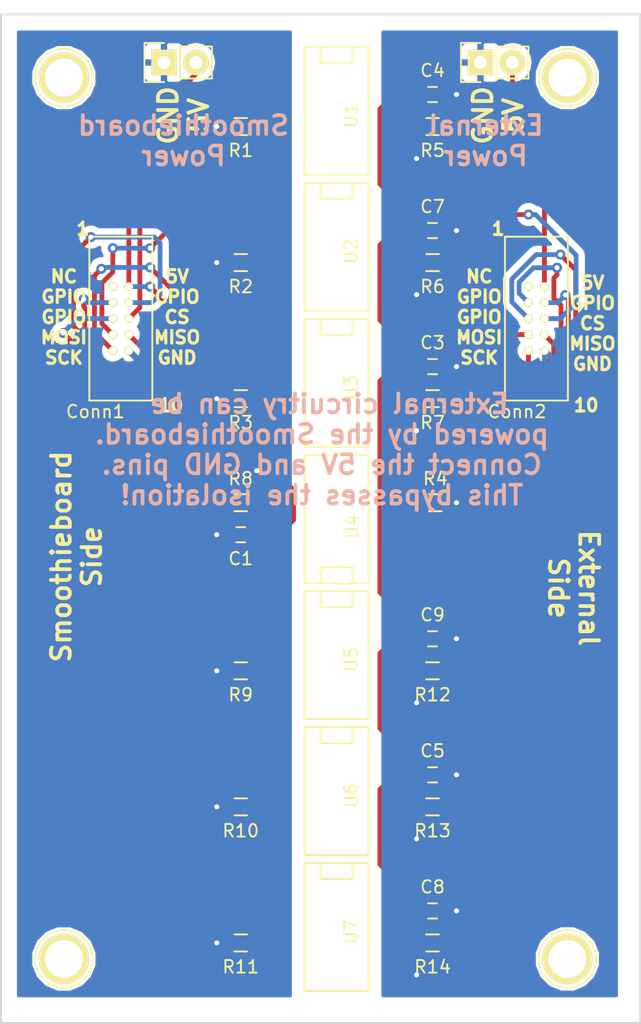
<source format=kicad_pcb>
(kicad_pcb (version 4) (host pcbnew "(2015-12-07 BZR 6352)-product")

  (general
    (links 101)
    (no_connects 20)
    (area -0.075001 -80.085001 50.875001 0.075001)
    (thickness 1.6)
    (drawings 20)
    (tracks 281)
    (zones 0)
    (modules 36)
    (nets 42)
  )

  (page A4)
  (layers
    (0 F.Cu signal)
    (31 B.Cu signal)
    (32 B.Adhes user)
    (33 F.Adhes user)
    (34 B.Paste user)
    (35 F.Paste user)
    (36 B.SilkS user)
    (37 F.SilkS user)
    (38 B.Mask user)
    (39 F.Mask user)
    (40 Dwgs.User user)
    (41 Cmts.User user)
    (42 Eco1.User user)
    (43 Eco2.User user)
    (44 Edge.Cuts user)
    (45 Margin user)
    (46 B.CrtYd user)
    (47 F.CrtYd user)
    (48 B.Fab user)
    (49 F.Fab user)
  )

  (setup
    (last_trace_width 0.254)
    (user_trace_width 0.381)
    (user_trace_width 0.508)
    (user_trace_width 0.762)
    (user_trace_width 1.27)
    (trace_clearance 0.2)
    (zone_clearance 0.508)
    (zone_45_only no)
    (trace_min 0.2)
    (segment_width 0.2)
    (edge_width 0.15)
    (via_size 0.8)
    (via_drill 0.4)
    (via_min_size 0.4)
    (via_min_drill 0.3)
    (uvia_size 0.3)
    (uvia_drill 0.1)
    (uvias_allowed no)
    (uvia_min_size 0)
    (uvia_min_drill 0)
    (pcb_text_width 0.3)
    (pcb_text_size 1.5 1.5)
    (mod_edge_width 0.15)
    (mod_text_size 1 1)
    (mod_text_width 0.15)
    (pad_size 4 4)
    (pad_drill 3)
    (pad_to_mask_clearance 0.2)
    (aux_axis_origin 0 0)
    (visible_elements FFFFFF7F)
    (pcbplotparams
      (layerselection 0x010ff_80000001)
      (usegerberextensions false)
      (excludeedgelayer true)
      (linewidth 0.100000)
      (plotframeref false)
      (viasonmask false)
      (mode 1)
      (useauxorigin false)
      (hpglpennumber 1)
      (hpglpenspeed 20)
      (hpglpendiameter 15)
      (hpglpenoverlay 2)
      (psnegative false)
      (psa4output false)
      (plotreference true)
      (plotvalue true)
      (plotinvisibletext false)
      (padsonsilk false)
      (subtractmaskfromsilk false)
      (outputformat 1)
      (mirror false)
      (drillshape 0)
      (scaleselection 1)
      (outputdirectory ""))
  )

  (net 0 "")
  (net 1 +5V)
  (net 2 GND)
  (net 3 +3V3)
  (net 4 GPIO0)
  (net 5 GPIO1)
  (net 6 GPIO2)
  (net 7 CS)
  (net 8 MOSI)
  (net 9 MISO)
  (net 10 SCK)
  (net 11 External5V)
  (net 12 ExternalGND)
  (net 13 External3V3)
  (net 14 GPIOOpto)
  (net 15 GPIO1Opto)
  (net 16 GPIO2Opto)
  (net 17 CSOpto)
  (net 18 MOSIOpto)
  (net 19 MISOOpto)
  (net 20 SCKOpto)
  (net 21 "Net-(R1-Pad1)")
  (net 22 "Net-(R2-Pad1)")
  (net 23 "Net-(R3-Pad1)")
  (net 24 "Net-(R4-Pad1)")
  (net 25 "Net-(R9-Pad1)")
  (net 26 "Net-(R10-Pad1)")
  (net 27 "Net-(R11-Pad1)")
  (net 28 "Net-(U1-Pad1)")
  (net 29 "Net-(U1-Pad4)")
  (net 30 "Net-(U2-Pad1)")
  (net 31 "Net-(U2-Pad4)")
  (net 32 "Net-(U3-Pad1)")
  (net 33 "Net-(U3-Pad4)")
  (net 34 "Net-(U4-Pad1)")
  (net 35 "Net-(U4-Pad4)")
  (net 36 "Net-(U5-Pad1)")
  (net 37 "Net-(U5-Pad4)")
  (net 38 "Net-(U6-Pad1)")
  (net 39 "Net-(U6-Pad4)")
  (net 40 "Net-(U7-Pad1)")
  (net 41 "Net-(U7-Pad4)")

  (net_class Default "This is the default net class."
    (clearance 0.2)
    (trace_width 0.254)
    (via_dia 0.8)
    (via_drill 0.4)
    (uvia_dia 0.3)
    (uvia_drill 0.1)
    (add_net +3V3)
    (add_net +5V)
    (add_net CS)
    (add_net CSOpto)
    (add_net External3V3)
    (add_net External5V)
    (add_net ExternalGND)
    (add_net GND)
    (add_net GPIO0)
    (add_net GPIO1)
    (add_net GPIO1Opto)
    (add_net GPIO2)
    (add_net GPIO2Opto)
    (add_net GPIOOpto)
    (add_net MISO)
    (add_net MISOOpto)
    (add_net MOSI)
    (add_net MOSIOpto)
    (add_net "Net-(R1-Pad1)")
    (add_net "Net-(R10-Pad1)")
    (add_net "Net-(R11-Pad1)")
    (add_net "Net-(R2-Pad1)")
    (add_net "Net-(R3-Pad1)")
    (add_net "Net-(R4-Pad1)")
    (add_net "Net-(R9-Pad1)")
    (add_net "Net-(U1-Pad1)")
    (add_net "Net-(U1-Pad4)")
    (add_net "Net-(U2-Pad1)")
    (add_net "Net-(U2-Pad4)")
    (add_net "Net-(U3-Pad1)")
    (add_net "Net-(U3-Pad4)")
    (add_net "Net-(U4-Pad1)")
    (add_net "Net-(U4-Pad4)")
    (add_net "Net-(U5-Pad1)")
    (add_net "Net-(U5-Pad4)")
    (add_net "Net-(U6-Pad1)")
    (add_net "Net-(U6-Pad4)")
    (add_net "Net-(U7-Pad1)")
    (add_net "Net-(U7-Pad4)")
    (add_net SCK)
    (add_net SCKOpto)
  )

  (module Footprints:SWDHeader (layer F.Cu) (tedit 57D30840) (tstamp 57BE38FE)
    (at 9.525 -55.88 270)
    (path /57BE1BB0)
    (fp_text reference Conn1 (at 7.38 2.025 360) (layer F.SilkS)
      (effects (font (size 1 1) (thickness 0.15)))
    )
    (fp_text value Gadgeteer (at -0.15 -3.625 270) (layer F.Fab)
      (effects (font (size 1 1) (thickness 0.15)))
    )
    (fp_line (start -6.5 2.5) (end 0 2.5) (layer F.SilkS) (width 0.15))
    (fp_line (start -6.5 -2.5) (end -6.5 2.5) (layer F.SilkS) (width 0.15))
    (fp_line (start 6.5 -2.5) (end -6.5 -2.5) (layer F.SilkS) (width 0.15))
    (fp_line (start 6.5 2.5) (end 6.5 -2.5) (layer F.SilkS) (width 0.15))
    (fp_line (start 0 2.5) (end 6.5 2.5) (layer F.SilkS) (width 0.15))
    (pad 1 thru_hole circle (at -2.54 0.635 270) (size 0.7 0.7) (drill 0.5) (layers *.Cu *.Mask F.SilkS)
      (net 3 +3V3))
    (pad 2 thru_hole circle (at -2.54 -0.635 270) (size 0.7 0.7) (drill 0.5) (layers *.Cu *.Mask F.SilkS)
      (net 1 +5V))
    (pad 3 thru_hole circle (at -1.27 0.635 270) (size 0.7 0.7) (drill 0.5) (layers *.Cu *.Mask F.SilkS)
      (net 4 GPIO0))
    (pad 4 thru_hole circle (at -1.27 -0.635 270) (size 0.7 0.7) (drill 0.5) (layers *.Cu *.Mask F.SilkS)
      (net 5 GPIO1))
    (pad 5 thru_hole circle (at 0 0.635 270) (size 0.7 0.7) (drill 0.5) (layers *.Cu *.Mask F.SilkS)
      (net 6 GPIO2))
    (pad 6 thru_hole circle (at 0 -0.635 270) (size 0.7 0.7) (drill 0.5) (layers *.Cu *.Mask F.SilkS)
      (net 7 CS))
    (pad 7 thru_hole circle (at 1.27 0.635 270) (size 0.7 0.7) (drill 0.5) (layers *.Cu *.Mask F.SilkS)
      (net 8 MOSI))
    (pad 8 thru_hole circle (at 1.27 -0.635 270) (size 0.7 0.7) (drill 0.5) (layers *.Cu *.Mask F.SilkS)
      (net 9 MISO))
    (pad 9 thru_hole circle (at 2.54 0.635 270) (size 0.7 0.7) (drill 0.5) (layers *.Cu *.Mask F.SilkS)
      (net 10 SCK))
    (pad 10 thru_hole circle (at 2.54 -0.635 270) (size 0.7 0.7) (drill 0.5) (layers *.Cu *.Mask F.SilkS)
      (net 2 GND))
  )

  (module Capacitors_SMD:C_0603 (layer F.Cu) (tedit 5415D631) (tstamp 57BE38F0)
    (at 19.05 -38.735 180)
    (descr "Capacitor SMD 0603, reflow soldering, AVX (see smccp.pdf)")
    (tags "capacitor 0603")
    (path /57BE91B7)
    (attr smd)
    (fp_text reference C1 (at 0 -1.9 180) (layer F.SilkS)
      (effects (font (size 1 1) (thickness 0.15)))
    )
    (fp_text value u10 (at 0 1.9 180) (layer F.Fab)
      (effects (font (size 1 1) (thickness 0.15)))
    )
    (fp_line (start -1.45 -0.75) (end 1.45 -0.75) (layer F.CrtYd) (width 0.05))
    (fp_line (start -1.45 0.75) (end 1.45 0.75) (layer F.CrtYd) (width 0.05))
    (fp_line (start -1.45 -0.75) (end -1.45 0.75) (layer F.CrtYd) (width 0.05))
    (fp_line (start 1.45 -0.75) (end 1.45 0.75) (layer F.CrtYd) (width 0.05))
    (fp_line (start -0.35 -0.6) (end 0.35 -0.6) (layer F.SilkS) (width 0.15))
    (fp_line (start 0.35 0.6) (end -0.35 0.6) (layer F.SilkS) (width 0.15))
    (pad 1 smd rect (at -0.75 0 180) (size 0.8 0.75) (layers F.Cu F.Paste F.Mask)
      (net 1 +5V))
    (pad 2 smd rect (at 0.75 0 180) (size 0.8 0.75) (layers F.Cu F.Paste F.Mask)
      (net 2 GND))
    (model Capacitors_SMD.3dshapes/C_0603.wrl
      (at (xyz 0 0 0))
      (scale (xyz 1 1 1))
      (rotate (xyz 0 0 0))
    )
  )

  (module Capacitors_SMD:C_0603 (layer F.Cu) (tedit 5415D631) (tstamp 57BE3904)
    (at 34.29 -52.07)
    (descr "Capacitor SMD 0603, reflow soldering, AVX (see smccp.pdf)")
    (tags "capacitor 0603")
    (path /57BE8B5C)
    (attr smd)
    (fp_text reference C3 (at 0 -1.9) (layer F.SilkS)
      (effects (font (size 1 1) (thickness 0.15)))
    )
    (fp_text value u10 (at 0 1.9) (layer F.Fab)
      (effects (font (size 1 1) (thickness 0.15)))
    )
    (fp_line (start -1.45 -0.75) (end 1.45 -0.75) (layer F.CrtYd) (width 0.05))
    (fp_line (start -1.45 0.75) (end 1.45 0.75) (layer F.CrtYd) (width 0.05))
    (fp_line (start -1.45 -0.75) (end -1.45 0.75) (layer F.CrtYd) (width 0.05))
    (fp_line (start 1.45 -0.75) (end 1.45 0.75) (layer F.CrtYd) (width 0.05))
    (fp_line (start -0.35 -0.6) (end 0.35 -0.6) (layer F.SilkS) (width 0.15))
    (fp_line (start 0.35 0.6) (end -0.35 0.6) (layer F.SilkS) (width 0.15))
    (pad 1 smd rect (at -0.75 0) (size 0.8 0.75) (layers F.Cu F.Paste F.Mask)
      (net 11 External5V))
    (pad 2 smd rect (at 0.75 0) (size 0.8 0.75) (layers F.Cu F.Paste F.Mask)
      (net 12 ExternalGND))
    (model Capacitors_SMD.3dshapes/C_0603.wrl
      (at (xyz 0 0 0))
      (scale (xyz 1 1 1))
      (rotate (xyz 0 0 0))
    )
  )

  (module Capacitors_SMD:C_0603 (layer F.Cu) (tedit 5415D631) (tstamp 57BE390A)
    (at 34.29 -73.66)
    (descr "Capacitor SMD 0603, reflow soldering, AVX (see smccp.pdf)")
    (tags "capacitor 0603")
    (path /57BE9059)
    (attr smd)
    (fp_text reference C4 (at 0 -1.9) (layer F.SilkS)
      (effects (font (size 1 1) (thickness 0.15)))
    )
    (fp_text value u10 (at 0 1.9) (layer F.Fab)
      (effects (font (size 1 1) (thickness 0.15)))
    )
    (fp_line (start -1.45 -0.75) (end 1.45 -0.75) (layer F.CrtYd) (width 0.05))
    (fp_line (start -1.45 0.75) (end 1.45 0.75) (layer F.CrtYd) (width 0.05))
    (fp_line (start -1.45 -0.75) (end -1.45 0.75) (layer F.CrtYd) (width 0.05))
    (fp_line (start 1.45 -0.75) (end 1.45 0.75) (layer F.CrtYd) (width 0.05))
    (fp_line (start -0.35 -0.6) (end 0.35 -0.6) (layer F.SilkS) (width 0.15))
    (fp_line (start 0.35 0.6) (end -0.35 0.6) (layer F.SilkS) (width 0.15))
    (pad 1 smd rect (at -0.75 0) (size 0.8 0.75) (layers F.Cu F.Paste F.Mask)
      (net 11 External5V))
    (pad 2 smd rect (at 0.75 0) (size 0.8 0.75) (layers F.Cu F.Paste F.Mask)
      (net 12 ExternalGND))
    (model Capacitors_SMD.3dshapes/C_0603.wrl
      (at (xyz 0 0 0))
      (scale (xyz 1 1 1))
      (rotate (xyz 0 0 0))
    )
  )

  (module Capacitors_SMD:C_0603 (layer F.Cu) (tedit 5415D631) (tstamp 57BE3910)
    (at 34.29 -19.685)
    (descr "Capacitor SMD 0603, reflow soldering, AVX (see smccp.pdf)")
    (tags "capacitor 0603")
    (path /57BE867C)
    (attr smd)
    (fp_text reference C5 (at 0 -1.9) (layer F.SilkS)
      (effects (font (size 1 1) (thickness 0.15)))
    )
    (fp_text value u10 (at 0 1.9) (layer F.Fab)
      (effects (font (size 1 1) (thickness 0.15)))
    )
    (fp_line (start -1.45 -0.75) (end 1.45 -0.75) (layer F.CrtYd) (width 0.05))
    (fp_line (start -1.45 0.75) (end 1.45 0.75) (layer F.CrtYd) (width 0.05))
    (fp_line (start -1.45 -0.75) (end -1.45 0.75) (layer F.CrtYd) (width 0.05))
    (fp_line (start 1.45 -0.75) (end 1.45 0.75) (layer F.CrtYd) (width 0.05))
    (fp_line (start -0.35 -0.6) (end 0.35 -0.6) (layer F.SilkS) (width 0.15))
    (fp_line (start 0.35 0.6) (end -0.35 0.6) (layer F.SilkS) (width 0.15))
    (pad 1 smd rect (at -0.75 0) (size 0.8 0.75) (layers F.Cu F.Paste F.Mask)
      (net 11 External5V))
    (pad 2 smd rect (at 0.75 0) (size 0.8 0.75) (layers F.Cu F.Paste F.Mask)
      (net 12 ExternalGND))
    (model Capacitors_SMD.3dshapes/C_0603.wrl
      (at (xyz 0 0 0))
      (scale (xyz 1 1 1))
      (rotate (xyz 0 0 0))
    )
  )

  (module Capacitors_SMD:C_0603 (layer F.Cu) (tedit 5415D631) (tstamp 57BE3924)
    (at 34.29 -62.865)
    (descr "Capacitor SMD 0603, reflow soldering, AVX (see smccp.pdf)")
    (tags "capacitor 0603")
    (path /57BEA50E)
    (attr smd)
    (fp_text reference C7 (at 0 -1.9) (layer F.SilkS)
      (effects (font (size 1 1) (thickness 0.15)))
    )
    (fp_text value u10 (at 0 1.9) (layer F.Fab)
      (effects (font (size 1 1) (thickness 0.15)))
    )
    (fp_line (start -1.45 -0.75) (end 1.45 -0.75) (layer F.CrtYd) (width 0.05))
    (fp_line (start -1.45 0.75) (end 1.45 0.75) (layer F.CrtYd) (width 0.05))
    (fp_line (start -1.45 -0.75) (end -1.45 0.75) (layer F.CrtYd) (width 0.05))
    (fp_line (start 1.45 -0.75) (end 1.45 0.75) (layer F.CrtYd) (width 0.05))
    (fp_line (start -0.35 -0.6) (end 0.35 -0.6) (layer F.SilkS) (width 0.15))
    (fp_line (start 0.35 0.6) (end -0.35 0.6) (layer F.SilkS) (width 0.15))
    (pad 1 smd rect (at -0.75 0) (size 0.8 0.75) (layers F.Cu F.Paste F.Mask)
      (net 11 External5V))
    (pad 2 smd rect (at 0.75 0) (size 0.8 0.75) (layers F.Cu F.Paste F.Mask)
      (net 12 ExternalGND))
    (model Capacitors_SMD.3dshapes/C_0603.wrl
      (at (xyz 0 0 0))
      (scale (xyz 1 1 1))
      (rotate (xyz 0 0 0))
    )
  )

  (module Capacitors_SMD:C_0603 (layer F.Cu) (tedit 5415D631) (tstamp 57BE392A)
    (at 34.29 -8.89)
    (descr "Capacitor SMD 0603, reflow soldering, AVX (see smccp.pdf)")
    (tags "capacitor 0603")
    (path /57BEA74B)
    (attr smd)
    (fp_text reference C8 (at 0 -1.9) (layer F.SilkS)
      (effects (font (size 1 1) (thickness 0.15)))
    )
    (fp_text value u10 (at 0 1.9) (layer F.Fab)
      (effects (font (size 1 1) (thickness 0.15)))
    )
    (fp_line (start -1.45 -0.75) (end 1.45 -0.75) (layer F.CrtYd) (width 0.05))
    (fp_line (start -1.45 0.75) (end 1.45 0.75) (layer F.CrtYd) (width 0.05))
    (fp_line (start -1.45 -0.75) (end -1.45 0.75) (layer F.CrtYd) (width 0.05))
    (fp_line (start 1.45 -0.75) (end 1.45 0.75) (layer F.CrtYd) (width 0.05))
    (fp_line (start -0.35 -0.6) (end 0.35 -0.6) (layer F.SilkS) (width 0.15))
    (fp_line (start 0.35 0.6) (end -0.35 0.6) (layer F.SilkS) (width 0.15))
    (pad 1 smd rect (at -0.75 0) (size 0.8 0.75) (layers F.Cu F.Paste F.Mask)
      (net 11 External5V))
    (pad 2 smd rect (at 0.75 0) (size 0.8 0.75) (layers F.Cu F.Paste F.Mask)
      (net 12 ExternalGND))
    (model Capacitors_SMD.3dshapes/C_0603.wrl
      (at (xyz 0 0 0))
      (scale (xyz 1 1 1))
      (rotate (xyz 0 0 0))
    )
  )

  (module Capacitors_SMD:C_0603 (layer F.Cu) (tedit 5415D631) (tstamp 57BE3930)
    (at 34.29 -30.48)
    (descr "Capacitor SMD 0603, reflow soldering, AVX (see smccp.pdf)")
    (tags "capacitor 0603")
    (path /57BEA9C5)
    (attr smd)
    (fp_text reference C9 (at 0 -1.9) (layer F.SilkS)
      (effects (font (size 1 1) (thickness 0.15)))
    )
    (fp_text value u10 (at 0 1.9) (layer F.Fab)
      (effects (font (size 1 1) (thickness 0.15)))
    )
    (fp_line (start -1.45 -0.75) (end 1.45 -0.75) (layer F.CrtYd) (width 0.05))
    (fp_line (start -1.45 0.75) (end 1.45 0.75) (layer F.CrtYd) (width 0.05))
    (fp_line (start -1.45 -0.75) (end -1.45 0.75) (layer F.CrtYd) (width 0.05))
    (fp_line (start 1.45 -0.75) (end 1.45 0.75) (layer F.CrtYd) (width 0.05))
    (fp_line (start -0.35 -0.6) (end 0.35 -0.6) (layer F.SilkS) (width 0.15))
    (fp_line (start 0.35 0.6) (end -0.35 0.6) (layer F.SilkS) (width 0.15))
    (pad 1 smd rect (at -0.75 0) (size 0.8 0.75) (layers F.Cu F.Paste F.Mask)
      (net 11 External5V))
    (pad 2 smd rect (at 0.75 0) (size 0.8 0.75) (layers F.Cu F.Paste F.Mask)
      (net 12 ExternalGND))
    (model Capacitors_SMD.3dshapes/C_0603.wrl
      (at (xyz 0 0 0))
      (scale (xyz 1 1 1))
      (rotate (xyz 0 0 0))
    )
  )

  (module Pin_Headers:Pin_Header_Straight_1x02 (layer F.Cu) (tedit 57D318E9) (tstamp 57BE3936)
    (at 12.954 -76.2 90)
    (descr "Through hole pin header")
    (tags "pin header")
    (path /57BEE2CF)
    (fp_text reference P1 (at 0 -2.794 90) (layer F.SilkS) hide
      (effects (font (size 1 1) (thickness 0.15)))
    )
    (fp_text value CONN_01X02 (at 0 -3.1 90) (layer F.Fab)
      (effects (font (size 1 1) (thickness 0.15)))
    )
    (fp_line (start 1.27 1.27) (end 1.27 3.81) (layer F.SilkS) (width 0.15))
    (fp_line (start 1.55 -1.55) (end 1.55 0) (layer F.SilkS) (width 0.15))
    (fp_line (start -1.75 -1.75) (end -1.75 4.3) (layer F.CrtYd) (width 0.05))
    (fp_line (start 1.75 -1.75) (end 1.75 4.3) (layer F.CrtYd) (width 0.05))
    (fp_line (start -1.75 -1.75) (end 1.75 -1.75) (layer F.CrtYd) (width 0.05))
    (fp_line (start -1.75 4.3) (end 1.75 4.3) (layer F.CrtYd) (width 0.05))
    (fp_line (start 1.27 1.27) (end -1.27 1.27) (layer F.SilkS) (width 0.15))
    (fp_line (start -1.55 0) (end -1.55 -1.55) (layer F.SilkS) (width 0.15))
    (fp_line (start -1.55 -1.55) (end 1.55 -1.55) (layer F.SilkS) (width 0.15))
    (fp_line (start -1.27 1.27) (end -1.27 3.81) (layer F.SilkS) (width 0.15))
    (fp_line (start -1.27 3.81) (end 1.27 3.81) (layer F.SilkS) (width 0.15))
    (pad 1 thru_hole rect (at 0 0 90) (size 2.032 2.032) (drill 1.016) (layers *.Cu *.Mask F.SilkS)
      (net 2 GND))
    (pad 2 thru_hole oval (at 0 2.54 90) (size 2.032 2.032) (drill 1.016) (layers *.Cu *.Mask F.SilkS)
      (net 1 +5V))
    (model Pin_Headers.3dshapes/Pin_Header_Straight_1x02.wrl
      (at (xyz 0 -0.05 0))
      (scale (xyz 1 1 1))
      (rotate (xyz 0 0 90))
    )
  )

  (module Pin_Headers:Pin_Header_Straight_1x02 (layer F.Cu) (tedit 57D318E5) (tstamp 57BE393C)
    (at 38.1 -76.2 90)
    (descr "Through hole pin header")
    (tags "pin header")
    (path /57BED7CF)
    (fp_text reference P2 (at -2.54 1.27 90) (layer F.SilkS) hide
      (effects (font (size 1 1) (thickness 0.15)))
    )
    (fp_text value CONN_01X02 (at 0 -3.1 90) (layer F.Fab)
      (effects (font (size 1 1) (thickness 0.15)))
    )
    (fp_line (start 1.27 1.27) (end 1.27 3.81) (layer F.SilkS) (width 0.15))
    (fp_line (start 1.55 -1.55) (end 1.55 0) (layer F.SilkS) (width 0.15))
    (fp_line (start -1.75 -1.75) (end -1.75 4.3) (layer F.CrtYd) (width 0.05))
    (fp_line (start 1.75 -1.75) (end 1.75 4.3) (layer F.CrtYd) (width 0.05))
    (fp_line (start -1.75 -1.75) (end 1.75 -1.75) (layer F.CrtYd) (width 0.05))
    (fp_line (start -1.75 4.3) (end 1.75 4.3) (layer F.CrtYd) (width 0.05))
    (fp_line (start 1.27 1.27) (end -1.27 1.27) (layer F.SilkS) (width 0.15))
    (fp_line (start -1.55 0) (end -1.55 -1.55) (layer F.SilkS) (width 0.15))
    (fp_line (start -1.55 -1.55) (end 1.55 -1.55) (layer F.SilkS) (width 0.15))
    (fp_line (start -1.27 1.27) (end -1.27 3.81) (layer F.SilkS) (width 0.15))
    (fp_line (start -1.27 3.81) (end 1.27 3.81) (layer F.SilkS) (width 0.15))
    (pad 1 thru_hole rect (at 0 0 90) (size 2.032 2.032) (drill 1.016) (layers *.Cu *.Mask F.SilkS)
      (net 12 ExternalGND))
    (pad 2 thru_hole oval (at 0 2.54 90) (size 2.032 2.032) (drill 1.016) (layers *.Cu *.Mask F.SilkS)
      (net 11 External5V))
    (model Pin_Headers.3dshapes/Pin_Header_Straight_1x02.wrl
      (at (xyz 0 -0.05 0))
      (scale (xyz 1 1 1))
      (rotate (xyz 0 0 90))
    )
  )

  (module Resistors_SMD:R_0603 (layer F.Cu) (tedit 5415CC62) (tstamp 57BE3942)
    (at 19.05 -71.12 180)
    (descr "Resistor SMD 0603, reflow soldering, Vishay (see dcrcw.pdf)")
    (tags "resistor 0603")
    (path /57BE34AB)
    (attr smd)
    (fp_text reference R1 (at 0 -1.9 180) (layer F.SilkS)
      (effects (font (size 1 1) (thickness 0.15)))
    )
    (fp_text value 330R (at 0 1.9 180) (layer F.Fab)
      (effects (font (size 1 1) (thickness 0.15)))
    )
    (fp_line (start -1.3 -0.8) (end 1.3 -0.8) (layer F.CrtYd) (width 0.05))
    (fp_line (start -1.3 0.8) (end 1.3 0.8) (layer F.CrtYd) (width 0.05))
    (fp_line (start -1.3 -0.8) (end -1.3 0.8) (layer F.CrtYd) (width 0.05))
    (fp_line (start 1.3 -0.8) (end 1.3 0.8) (layer F.CrtYd) (width 0.05))
    (fp_line (start 0.5 0.675) (end -0.5 0.675) (layer F.SilkS) (width 0.15))
    (fp_line (start -0.5 -0.675) (end 0.5 -0.675) (layer F.SilkS) (width 0.15))
    (pad 1 smd rect (at -0.75 0 180) (size 0.5 0.9) (layers F.Cu F.Paste F.Mask)
      (net 21 "Net-(R1-Pad1)"))
    (pad 2 smd rect (at 0.75 0 180) (size 0.5 0.9) (layers F.Cu F.Paste F.Mask)
      (net 2 GND))
    (model Resistors_SMD.3dshapes/R_0603.wrl
      (at (xyz 0 0 0))
      (scale (xyz 1 1 1))
      (rotate (xyz 0 0 0))
    )
  )

  (module Resistors_SMD:R_0603 (layer F.Cu) (tedit 5415CC62) (tstamp 57BE3948)
    (at 19.05 -60.325 180)
    (descr "Resistor SMD 0603, reflow soldering, Vishay (see dcrcw.pdf)")
    (tags "resistor 0603")
    (path /57BE45F9)
    (attr smd)
    (fp_text reference R2 (at 0 -1.9 180) (layer F.SilkS)
      (effects (font (size 1 1) (thickness 0.15)))
    )
    (fp_text value 330R (at 0 1.9 180) (layer F.Fab)
      (effects (font (size 1 1) (thickness 0.15)))
    )
    (fp_line (start -1.3 -0.8) (end 1.3 -0.8) (layer F.CrtYd) (width 0.05))
    (fp_line (start -1.3 0.8) (end 1.3 0.8) (layer F.CrtYd) (width 0.05))
    (fp_line (start -1.3 -0.8) (end -1.3 0.8) (layer F.CrtYd) (width 0.05))
    (fp_line (start 1.3 -0.8) (end 1.3 0.8) (layer F.CrtYd) (width 0.05))
    (fp_line (start 0.5 0.675) (end -0.5 0.675) (layer F.SilkS) (width 0.15))
    (fp_line (start -0.5 -0.675) (end 0.5 -0.675) (layer F.SilkS) (width 0.15))
    (pad 1 smd rect (at -0.75 0 180) (size 0.5 0.9) (layers F.Cu F.Paste F.Mask)
      (net 22 "Net-(R2-Pad1)"))
    (pad 2 smd rect (at 0.75 0 180) (size 0.5 0.9) (layers F.Cu F.Paste F.Mask)
      (net 2 GND))
    (model Resistors_SMD.3dshapes/R_0603.wrl
      (at (xyz 0 0 0))
      (scale (xyz 1 1 1))
      (rotate (xyz 0 0 0))
    )
  )

  (module Resistors_SMD:R_0603 (layer F.Cu) (tedit 5415CC62) (tstamp 57BE394E)
    (at 19.05 -49.53 180)
    (descr "Resistor SMD 0603, reflow soldering, Vishay (see dcrcw.pdf)")
    (tags "resistor 0603")
    (path /57BE4AA5)
    (attr smd)
    (fp_text reference R3 (at 0 -1.9 180) (layer F.SilkS)
      (effects (font (size 1 1) (thickness 0.15)))
    )
    (fp_text value 330R (at 0 1.9 180) (layer F.Fab)
      (effects (font (size 1 1) (thickness 0.15)))
    )
    (fp_line (start -1.3 -0.8) (end 1.3 -0.8) (layer F.CrtYd) (width 0.05))
    (fp_line (start -1.3 0.8) (end 1.3 0.8) (layer F.CrtYd) (width 0.05))
    (fp_line (start -1.3 -0.8) (end -1.3 0.8) (layer F.CrtYd) (width 0.05))
    (fp_line (start 1.3 -0.8) (end 1.3 0.8) (layer F.CrtYd) (width 0.05))
    (fp_line (start 0.5 0.675) (end -0.5 0.675) (layer F.SilkS) (width 0.15))
    (fp_line (start -0.5 -0.675) (end 0.5 -0.675) (layer F.SilkS) (width 0.15))
    (pad 1 smd rect (at -0.75 0 180) (size 0.5 0.9) (layers F.Cu F.Paste F.Mask)
      (net 23 "Net-(R3-Pad1)"))
    (pad 2 smd rect (at 0.75 0 180) (size 0.5 0.9) (layers F.Cu F.Paste F.Mask)
      (net 2 GND))
    (model Resistors_SMD.3dshapes/R_0603.wrl
      (at (xyz 0 0 0))
      (scale (xyz 1 1 1))
      (rotate (xyz 0 0 0))
    )
  )

  (module Resistors_SMD:R_0603 (layer F.Cu) (tedit 5415CC62) (tstamp 57BE3954)
    (at 34.51 -41.275)
    (descr "Resistor SMD 0603, reflow soldering, Vishay (see dcrcw.pdf)")
    (tags "resistor 0603")
    (path /57BE4ACF)
    (attr smd)
    (fp_text reference R4 (at 0 -1.9) (layer F.SilkS)
      (effects (font (size 1 1) (thickness 0.15)))
    )
    (fp_text value 330R (at 0 1.9) (layer F.Fab)
      (effects (font (size 1 1) (thickness 0.15)))
    )
    (fp_line (start -1.3 -0.8) (end 1.3 -0.8) (layer F.CrtYd) (width 0.05))
    (fp_line (start -1.3 0.8) (end 1.3 0.8) (layer F.CrtYd) (width 0.05))
    (fp_line (start -1.3 -0.8) (end -1.3 0.8) (layer F.CrtYd) (width 0.05))
    (fp_line (start 1.3 -0.8) (end 1.3 0.8) (layer F.CrtYd) (width 0.05))
    (fp_line (start 0.5 0.675) (end -0.5 0.675) (layer F.SilkS) (width 0.15))
    (fp_line (start -0.5 -0.675) (end 0.5 -0.675) (layer F.SilkS) (width 0.15))
    (pad 1 smd rect (at -0.75 0) (size 0.5 0.9) (layers F.Cu F.Paste F.Mask)
      (net 24 "Net-(R4-Pad1)"))
    (pad 2 smd rect (at 0.75 0) (size 0.5 0.9) (layers F.Cu F.Paste F.Mask)
      (net 12 ExternalGND))
    (model Resistors_SMD.3dshapes/R_0603.wrl
      (at (xyz 0 0 0))
      (scale (xyz 1 1 1))
      (rotate (xyz 0 0 0))
    )
  )

  (module Resistors_SMD:R_0603 (layer F.Cu) (tedit 5415CC62) (tstamp 57BE395A)
    (at 34.29 -71.12 180)
    (descr "Resistor SMD 0603, reflow soldering, Vishay (see dcrcw.pdf)")
    (tags "resistor 0603")
    (path /57BE37E7)
    (attr smd)
    (fp_text reference R5 (at 0 -1.9 180) (layer F.SilkS)
      (effects (font (size 1 1) (thickness 0.15)))
    )
    (fp_text value 330R (at 0 1.9 180) (layer F.Fab)
      (effects (font (size 1 1) (thickness 0.15)))
    )
    (fp_line (start -1.3 -0.8) (end 1.3 -0.8) (layer F.CrtYd) (width 0.05))
    (fp_line (start -1.3 0.8) (end 1.3 0.8) (layer F.CrtYd) (width 0.05))
    (fp_line (start -1.3 -0.8) (end -1.3 0.8) (layer F.CrtYd) (width 0.05))
    (fp_line (start 1.3 -0.8) (end 1.3 0.8) (layer F.CrtYd) (width 0.05))
    (fp_line (start 0.5 0.675) (end -0.5 0.675) (layer F.SilkS) (width 0.15))
    (fp_line (start -0.5 -0.675) (end 0.5 -0.675) (layer F.SilkS) (width 0.15))
    (pad 1 smd rect (at -0.75 0 180) (size 0.5 0.9) (layers F.Cu F.Paste F.Mask)
      (net 11 External5V))
    (pad 2 smd rect (at 0.75 0 180) (size 0.5 0.9) (layers F.Cu F.Paste F.Mask)
      (net 17 CSOpto))
    (model Resistors_SMD.3dshapes/R_0603.wrl
      (at (xyz 0 0 0))
      (scale (xyz 1 1 1))
      (rotate (xyz 0 0 0))
    )
  )

  (module Resistors_SMD:R_0603 (layer F.Cu) (tedit 5415CC62) (tstamp 57BE3960)
    (at 34.29 -60.325 180)
    (descr "Resistor SMD 0603, reflow soldering, Vishay (see dcrcw.pdf)")
    (tags "resistor 0603")
    (path /57BE4607)
    (attr smd)
    (fp_text reference R6 (at 0 -1.9 180) (layer F.SilkS)
      (effects (font (size 1 1) (thickness 0.15)))
    )
    (fp_text value 330R (at 0 1.9 180) (layer F.Fab)
      (effects (font (size 1 1) (thickness 0.15)))
    )
    (fp_line (start -1.3 -0.8) (end 1.3 -0.8) (layer F.CrtYd) (width 0.05))
    (fp_line (start -1.3 0.8) (end 1.3 0.8) (layer F.CrtYd) (width 0.05))
    (fp_line (start -1.3 -0.8) (end -1.3 0.8) (layer F.CrtYd) (width 0.05))
    (fp_line (start 1.3 -0.8) (end 1.3 0.8) (layer F.CrtYd) (width 0.05))
    (fp_line (start 0.5 0.675) (end -0.5 0.675) (layer F.SilkS) (width 0.15))
    (fp_line (start -0.5 -0.675) (end 0.5 -0.675) (layer F.SilkS) (width 0.15))
    (pad 1 smd rect (at -0.75 0 180) (size 0.5 0.9) (layers F.Cu F.Paste F.Mask)
      (net 11 External5V))
    (pad 2 smd rect (at 0.75 0 180) (size 0.5 0.9) (layers F.Cu F.Paste F.Mask)
      (net 18 MOSIOpto))
    (model Resistors_SMD.3dshapes/R_0603.wrl
      (at (xyz 0 0 0))
      (scale (xyz 1 1 1))
      (rotate (xyz 0 0 0))
    )
  )

  (module Resistors_SMD:R_0603 (layer F.Cu) (tedit 5415CC62) (tstamp 57BE3966)
    (at 34.29 -49.53 180)
    (descr "Resistor SMD 0603, reflow soldering, Vishay (see dcrcw.pdf)")
    (tags "resistor 0603")
    (path /57BE4AB3)
    (attr smd)
    (fp_text reference R7 (at 0 -1.9 180) (layer F.SilkS)
      (effects (font (size 1 1) (thickness 0.15)))
    )
    (fp_text value 330R (at 0 1.9 180) (layer F.Fab)
      (effects (font (size 1 1) (thickness 0.15)))
    )
    (fp_line (start -1.3 -0.8) (end 1.3 -0.8) (layer F.CrtYd) (width 0.05))
    (fp_line (start -1.3 0.8) (end 1.3 0.8) (layer F.CrtYd) (width 0.05))
    (fp_line (start -1.3 -0.8) (end -1.3 0.8) (layer F.CrtYd) (width 0.05))
    (fp_line (start 1.3 -0.8) (end 1.3 0.8) (layer F.CrtYd) (width 0.05))
    (fp_line (start 0.5 0.675) (end -0.5 0.675) (layer F.SilkS) (width 0.15))
    (fp_line (start -0.5 -0.675) (end 0.5 -0.675) (layer F.SilkS) (width 0.15))
    (pad 1 smd rect (at -0.75 0 180) (size 0.5 0.9) (layers F.Cu F.Paste F.Mask)
      (net 11 External5V))
    (pad 2 smd rect (at 0.75 0 180) (size 0.5 0.9) (layers F.Cu F.Paste F.Mask)
      (net 20 SCKOpto))
    (model Resistors_SMD.3dshapes/R_0603.wrl
      (at (xyz 0 0 0))
      (scale (xyz 1 1 1))
      (rotate (xyz 0 0 0))
    )
  )

  (module Resistors_SMD:R_0603 (layer F.Cu) (tedit 5415CC62) (tstamp 57BE396C)
    (at 19.05 -41.275)
    (descr "Resistor SMD 0603, reflow soldering, Vishay (see dcrcw.pdf)")
    (tags "resistor 0603")
    (path /57BE4ADD)
    (attr smd)
    (fp_text reference R8 (at 0 -1.9) (layer F.SilkS)
      (effects (font (size 1 1) (thickness 0.15)))
    )
    (fp_text value 330R (at 0 1.9) (layer F.Fab)
      (effects (font (size 1 1) (thickness 0.15)))
    )
    (fp_line (start -1.3 -0.8) (end 1.3 -0.8) (layer F.CrtYd) (width 0.05))
    (fp_line (start -1.3 0.8) (end 1.3 0.8) (layer F.CrtYd) (width 0.05))
    (fp_line (start -1.3 -0.8) (end -1.3 0.8) (layer F.CrtYd) (width 0.05))
    (fp_line (start 1.3 -0.8) (end 1.3 0.8) (layer F.CrtYd) (width 0.05))
    (fp_line (start 0.5 0.675) (end -0.5 0.675) (layer F.SilkS) (width 0.15))
    (fp_line (start -0.5 -0.675) (end 0.5 -0.675) (layer F.SilkS) (width 0.15))
    (pad 1 smd rect (at -0.75 0) (size 0.5 0.9) (layers F.Cu F.Paste F.Mask)
      (net 1 +5V))
    (pad 2 smd rect (at 0.75 0) (size 0.5 0.9) (layers F.Cu F.Paste F.Mask)
      (net 9 MISO))
    (model Resistors_SMD.3dshapes/R_0603.wrl
      (at (xyz 0 0 0))
      (scale (xyz 1 1 1))
      (rotate (xyz 0 0 0))
    )
  )

  (module Resistors_SMD:R_0603 (layer F.Cu) (tedit 5415CC62) (tstamp 57BE3972)
    (at 19.05 -27.94 180)
    (descr "Resistor SMD 0603, reflow soldering, Vishay (see dcrcw.pdf)")
    (tags "resistor 0603")
    (path /57BE5519)
    (attr smd)
    (fp_text reference R9 (at 0 -1.9 180) (layer F.SilkS)
      (effects (font (size 1 1) (thickness 0.15)))
    )
    (fp_text value 330R (at 0 1.9 180) (layer F.Fab)
      (effects (font (size 1 1) (thickness 0.15)))
    )
    (fp_line (start -1.3 -0.8) (end 1.3 -0.8) (layer F.CrtYd) (width 0.05))
    (fp_line (start -1.3 0.8) (end 1.3 0.8) (layer F.CrtYd) (width 0.05))
    (fp_line (start -1.3 -0.8) (end -1.3 0.8) (layer F.CrtYd) (width 0.05))
    (fp_line (start 1.3 -0.8) (end 1.3 0.8) (layer F.CrtYd) (width 0.05))
    (fp_line (start 0.5 0.675) (end -0.5 0.675) (layer F.SilkS) (width 0.15))
    (fp_line (start -0.5 -0.675) (end 0.5 -0.675) (layer F.SilkS) (width 0.15))
    (pad 1 smd rect (at -0.75 0 180) (size 0.5 0.9) (layers F.Cu F.Paste F.Mask)
      (net 25 "Net-(R9-Pad1)"))
    (pad 2 smd rect (at 0.75 0 180) (size 0.5 0.9) (layers F.Cu F.Paste F.Mask)
      (net 2 GND))
    (model Resistors_SMD.3dshapes/R_0603.wrl
      (at (xyz 0 0 0))
      (scale (xyz 1 1 1))
      (rotate (xyz 0 0 0))
    )
  )

  (module Resistors_SMD:R_0603 (layer F.Cu) (tedit 5415CC62) (tstamp 57BE3978)
    (at 19.05 -17.145 180)
    (descr "Resistor SMD 0603, reflow soldering, Vishay (see dcrcw.pdf)")
    (tags "resistor 0603")
    (path /57BE5543)
    (attr smd)
    (fp_text reference R10 (at 0 -1.9 180) (layer F.SilkS)
      (effects (font (size 1 1) (thickness 0.15)))
    )
    (fp_text value 330R (at 0 1.9 180) (layer F.Fab)
      (effects (font (size 1 1) (thickness 0.15)))
    )
    (fp_line (start -1.3 -0.8) (end 1.3 -0.8) (layer F.CrtYd) (width 0.05))
    (fp_line (start -1.3 0.8) (end 1.3 0.8) (layer F.CrtYd) (width 0.05))
    (fp_line (start -1.3 -0.8) (end -1.3 0.8) (layer F.CrtYd) (width 0.05))
    (fp_line (start 1.3 -0.8) (end 1.3 0.8) (layer F.CrtYd) (width 0.05))
    (fp_line (start 0.5 0.675) (end -0.5 0.675) (layer F.SilkS) (width 0.15))
    (fp_line (start -0.5 -0.675) (end 0.5 -0.675) (layer F.SilkS) (width 0.15))
    (pad 1 smd rect (at -0.75 0 180) (size 0.5 0.9) (layers F.Cu F.Paste F.Mask)
      (net 26 "Net-(R10-Pad1)"))
    (pad 2 smd rect (at 0.75 0 180) (size 0.5 0.9) (layers F.Cu F.Paste F.Mask)
      (net 2 GND))
    (model Resistors_SMD.3dshapes/R_0603.wrl
      (at (xyz 0 0 0))
      (scale (xyz 1 1 1))
      (rotate (xyz 0 0 0))
    )
  )

  (module Resistors_SMD:R_0603 (layer F.Cu) (tedit 5415CC62) (tstamp 57BE397E)
    (at 19.05 -6.35 180)
    (descr "Resistor SMD 0603, reflow soldering, Vishay (see dcrcw.pdf)")
    (tags "resistor 0603")
    (path /57BE556D)
    (attr smd)
    (fp_text reference R11 (at 0 -1.9 180) (layer F.SilkS)
      (effects (font (size 1 1) (thickness 0.15)))
    )
    (fp_text value 330R (at 0 1.9 180) (layer F.Fab)
      (effects (font (size 1 1) (thickness 0.15)))
    )
    (fp_line (start -1.3 -0.8) (end 1.3 -0.8) (layer F.CrtYd) (width 0.05))
    (fp_line (start -1.3 0.8) (end 1.3 0.8) (layer F.CrtYd) (width 0.05))
    (fp_line (start -1.3 -0.8) (end -1.3 0.8) (layer F.CrtYd) (width 0.05))
    (fp_line (start 1.3 -0.8) (end 1.3 0.8) (layer F.CrtYd) (width 0.05))
    (fp_line (start 0.5 0.675) (end -0.5 0.675) (layer F.SilkS) (width 0.15))
    (fp_line (start -0.5 -0.675) (end 0.5 -0.675) (layer F.SilkS) (width 0.15))
    (pad 1 smd rect (at -0.75 0 180) (size 0.5 0.9) (layers F.Cu F.Paste F.Mask)
      (net 27 "Net-(R11-Pad1)"))
    (pad 2 smd rect (at 0.75 0 180) (size 0.5 0.9) (layers F.Cu F.Paste F.Mask)
      (net 2 GND))
    (model Resistors_SMD.3dshapes/R_0603.wrl
      (at (xyz 0 0 0))
      (scale (xyz 1 1 1))
      (rotate (xyz 0 0 0))
    )
  )

  (module Resistors_SMD:R_0603 (layer F.Cu) (tedit 5415CC62) (tstamp 57BE3984)
    (at 34.29 -27.94 180)
    (descr "Resistor SMD 0603, reflow soldering, Vishay (see dcrcw.pdf)")
    (tags "resistor 0603")
    (path /57BE5527)
    (attr smd)
    (fp_text reference R12 (at 0 -1.9 180) (layer F.SilkS)
      (effects (font (size 1 1) (thickness 0.15)))
    )
    (fp_text value 330R (at 0 1.9 180) (layer F.Fab)
      (effects (font (size 1 1) (thickness 0.15)))
    )
    (fp_line (start -1.3 -0.8) (end 1.3 -0.8) (layer F.CrtYd) (width 0.05))
    (fp_line (start -1.3 0.8) (end 1.3 0.8) (layer F.CrtYd) (width 0.05))
    (fp_line (start -1.3 -0.8) (end -1.3 0.8) (layer F.CrtYd) (width 0.05))
    (fp_line (start 1.3 -0.8) (end 1.3 0.8) (layer F.CrtYd) (width 0.05))
    (fp_line (start 0.5 0.675) (end -0.5 0.675) (layer F.SilkS) (width 0.15))
    (fp_line (start -0.5 -0.675) (end 0.5 -0.675) (layer F.SilkS) (width 0.15))
    (pad 1 smd rect (at -0.75 0 180) (size 0.5 0.9) (layers F.Cu F.Paste F.Mask)
      (net 11 External5V))
    (pad 2 smd rect (at 0.75 0 180) (size 0.5 0.9) (layers F.Cu F.Paste F.Mask)
      (net 14 GPIOOpto))
    (model Resistors_SMD.3dshapes/R_0603.wrl
      (at (xyz 0 0 0))
      (scale (xyz 1 1 1))
      (rotate (xyz 0 0 0))
    )
  )

  (module Resistors_SMD:R_0603 (layer F.Cu) (tedit 5415CC62) (tstamp 57BE398A)
    (at 34.29 -17.145 180)
    (descr "Resistor SMD 0603, reflow soldering, Vishay (see dcrcw.pdf)")
    (tags "resistor 0603")
    (path /57BE5551)
    (attr smd)
    (fp_text reference R13 (at 0 -1.9 180) (layer F.SilkS)
      (effects (font (size 1 1) (thickness 0.15)))
    )
    (fp_text value 330R (at 0 1.9 180) (layer F.Fab)
      (effects (font (size 1 1) (thickness 0.15)))
    )
    (fp_line (start -1.3 -0.8) (end 1.3 -0.8) (layer F.CrtYd) (width 0.05))
    (fp_line (start -1.3 0.8) (end 1.3 0.8) (layer F.CrtYd) (width 0.05))
    (fp_line (start -1.3 -0.8) (end -1.3 0.8) (layer F.CrtYd) (width 0.05))
    (fp_line (start 1.3 -0.8) (end 1.3 0.8) (layer F.CrtYd) (width 0.05))
    (fp_line (start 0.5 0.675) (end -0.5 0.675) (layer F.SilkS) (width 0.15))
    (fp_line (start -0.5 -0.675) (end 0.5 -0.675) (layer F.SilkS) (width 0.15))
    (pad 1 smd rect (at -0.75 0 180) (size 0.5 0.9) (layers F.Cu F.Paste F.Mask)
      (net 11 External5V))
    (pad 2 smd rect (at 0.75 0 180) (size 0.5 0.9) (layers F.Cu F.Paste F.Mask)
      (net 15 GPIO1Opto))
    (model Resistors_SMD.3dshapes/R_0603.wrl
      (at (xyz 0 0 0))
      (scale (xyz 1 1 1))
      (rotate (xyz 0 0 0))
    )
  )

  (module Resistors_SMD:R_0603 (layer F.Cu) (tedit 5415CC62) (tstamp 57BE3990)
    (at 34.29 -6.35 180)
    (descr "Resistor SMD 0603, reflow soldering, Vishay (see dcrcw.pdf)")
    (tags "resistor 0603")
    (path /57BE557B)
    (attr smd)
    (fp_text reference R14 (at 0 -1.9 180) (layer F.SilkS)
      (effects (font (size 1 1) (thickness 0.15)))
    )
    (fp_text value 330R (at 0 1.9 180) (layer F.Fab)
      (effects (font (size 1 1) (thickness 0.15)))
    )
    (fp_line (start -1.3 -0.8) (end 1.3 -0.8) (layer F.CrtYd) (width 0.05))
    (fp_line (start -1.3 0.8) (end 1.3 0.8) (layer F.CrtYd) (width 0.05))
    (fp_line (start -1.3 -0.8) (end -1.3 0.8) (layer F.CrtYd) (width 0.05))
    (fp_line (start 1.3 -0.8) (end 1.3 0.8) (layer F.CrtYd) (width 0.05))
    (fp_line (start 0.5 0.675) (end -0.5 0.675) (layer F.SilkS) (width 0.15))
    (fp_line (start -0.5 -0.675) (end 0.5 -0.675) (layer F.SilkS) (width 0.15))
    (pad 1 smd rect (at -0.75 0 180) (size 0.5 0.9) (layers F.Cu F.Paste F.Mask)
      (net 11 External5V))
    (pad 2 smd rect (at 0.75 0 180) (size 0.5 0.9) (layers F.Cu F.Paste F.Mask)
      (net 16 GPIO2Opto))
    (model Resistors_SMD.3dshapes/R_0603.wrl
      (at (xyz 0 0 0))
      (scale (xyz 1 1 1))
      (rotate (xyz 0 0 0))
    )
  )

  (module Footprints:OptoCouplerFootprint (layer F.Cu) (tedit 57BE37F7) (tstamp 57BE399C)
    (at 26.67 -72.39 270)
    (descr "DIP-8_300 smd shape")
    (tags "smd cms 8dip")
    (path /57BE1ADD)
    (attr smd)
    (fp_text reference U1 (at 0.381 -1.143 270) (layer F.SilkS)
      (effects (font (size 1 1) (thickness 0.15)))
    )
    (fp_text value 6N137S-TA1 (at 0 1.42 270) (layer F.Fab)
      (effects (font (size 1 1) (thickness 0.15)))
    )
    (fp_line (start -5.08 -2.54) (end -5.08 2.54) (layer F.SilkS) (width 0.15))
    (fp_line (start -5.08 2.54) (end 5.08 2.54) (layer F.SilkS) (width 0.15))
    (fp_line (start 5.08 2.54) (end 5.08 -2.54) (layer F.SilkS) (width 0.15))
    (fp_line (start 5.08 -2.54) (end -5.08 -2.54) (layer F.SilkS) (width 0.15))
    (fp_line (start -5.08 -1.27) (end -3.81 -1.27) (layer F.SilkS) (width 0.15))
    (fp_line (start -3.81 -1.27) (end -3.81 1.27) (layer F.SilkS) (width 0.15))
    (fp_line (start -3.81 1.27) (end -5.08 1.27) (layer F.SilkS) (width 0.15))
    (pad 1 smd rect (at -3.81 4.58 270) (size 1.524 1.5) (layers F.Cu F.Paste F.Mask)
      (net 28 "Net-(U1-Pad1)"))
    (pad 2 smd rect (at -1.27 4.58 270) (size 1.524 1.5) (layers F.Cu F.Paste F.Mask)
      (net 7 CS))
    (pad 3 smd rect (at 1.27 4.58 270) (size 1.524 1.5) (layers F.Cu F.Paste F.Mask)
      (net 21 "Net-(R1-Pad1)"))
    (pad 4 smd rect (at 3.81 4.58 270) (size 1.524 1.5) (layers F.Cu F.Paste F.Mask)
      (net 29 "Net-(U1-Pad4)"))
    (pad 5 smd rect (at 3.81 -4.58 270) (size 1.524 1.5) (layers F.Cu F.Paste F.Mask)
      (net 12 ExternalGND))
    (pad 6 smd rect (at 1.27 -4.58 270) (size 1.524 1.5) (layers F.Cu F.Paste F.Mask)
      (net 17 CSOpto))
    (pad 7 smd rect (at -1.27 -4.58 270) (size 1.524 1.5) (layers F.Cu F.Paste F.Mask)
      (net 11 External5V))
    (pad 8 smd rect (at -3.81 -4.58 270) (size 1.524 1.5) (layers F.Cu F.Paste F.Mask)
      (net 11 External5V))
    (model SMD_Packages.3dshapes/DIP-8_SMD.wrl
      (at (xyz 0 0 0))
      (scale (xyz 1 0.5 0.8))
      (rotate (xyz 0 0 0))
    )
  )

  (module Footprints:OptoCouplerFootprint (layer F.Cu) (tedit 57BE37F7) (tstamp 57BE39A8)
    (at 26.67 -61.595 270)
    (descr "DIP-8_300 smd shape")
    (tags "smd cms 8dip")
    (path /57BE45F1)
    (attr smd)
    (fp_text reference U2 (at 0.381 -1.143 270) (layer F.SilkS)
      (effects (font (size 1 1) (thickness 0.15)))
    )
    (fp_text value 6N137S-TA1 (at 0 1.97 270) (layer F.Fab)
      (effects (font (size 1 1) (thickness 0.15)))
    )
    (fp_line (start -5.08 -2.54) (end -5.08 2.54) (layer F.SilkS) (width 0.15))
    (fp_line (start -5.08 2.54) (end 5.08 2.54) (layer F.SilkS) (width 0.15))
    (fp_line (start 5.08 2.54) (end 5.08 -2.54) (layer F.SilkS) (width 0.15))
    (fp_line (start 5.08 -2.54) (end -5.08 -2.54) (layer F.SilkS) (width 0.15))
    (fp_line (start -5.08 -1.27) (end -3.81 -1.27) (layer F.SilkS) (width 0.15))
    (fp_line (start -3.81 -1.27) (end -3.81 1.27) (layer F.SilkS) (width 0.15))
    (fp_line (start -3.81 1.27) (end -5.08 1.27) (layer F.SilkS) (width 0.15))
    (pad 1 smd rect (at -3.81 4.58 270) (size 1.524 1.5) (layers F.Cu F.Paste F.Mask)
      (net 30 "Net-(U2-Pad1)"))
    (pad 2 smd rect (at -1.27 4.58 270) (size 1.524 1.5) (layers F.Cu F.Paste F.Mask)
      (net 8 MOSI))
    (pad 3 smd rect (at 1.27 4.58 270) (size 1.524 1.5) (layers F.Cu F.Paste F.Mask)
      (net 22 "Net-(R2-Pad1)"))
    (pad 4 smd rect (at 3.81 4.58 270) (size 1.524 1.5) (layers F.Cu F.Paste F.Mask)
      (net 31 "Net-(U2-Pad4)"))
    (pad 5 smd rect (at 3.81 -4.58 270) (size 1.524 1.5) (layers F.Cu F.Paste F.Mask)
      (net 12 ExternalGND))
    (pad 6 smd rect (at 1.27 -4.58 270) (size 1.524 1.5) (layers F.Cu F.Paste F.Mask)
      (net 18 MOSIOpto))
    (pad 7 smd rect (at -1.27 -4.58 270) (size 1.524 1.5) (layers F.Cu F.Paste F.Mask)
      (net 11 External5V))
    (pad 8 smd rect (at -3.81 -4.58 270) (size 1.524 1.5) (layers F.Cu F.Paste F.Mask)
      (net 11 External5V))
    (model SMD_Packages.3dshapes/DIP-8_SMD.wrl
      (at (xyz 0 0 0))
      (scale (xyz 1 0.5 0.8))
      (rotate (xyz 0 0 0))
    )
  )

  (module Footprints:OptoCouplerFootprint (layer F.Cu) (tedit 57BE37F7) (tstamp 57BE39B4)
    (at 26.67 -50.8 270)
    (descr "DIP-8_300 smd shape")
    (tags "smd cms 8dip")
    (path /57BE4A9D)
    (attr smd)
    (fp_text reference U3 (at 0.381 -1.143 270) (layer F.SilkS)
      (effects (font (size 1 1) (thickness 0.15)))
    )
    (fp_text value 6N137S-TA1 (at 0 1.91 270) (layer F.Fab)
      (effects (font (size 1 1) (thickness 0.15)))
    )
    (fp_line (start -5.08 -2.54) (end -5.08 2.54) (layer F.SilkS) (width 0.15))
    (fp_line (start -5.08 2.54) (end 5.08 2.54) (layer F.SilkS) (width 0.15))
    (fp_line (start 5.08 2.54) (end 5.08 -2.54) (layer F.SilkS) (width 0.15))
    (fp_line (start 5.08 -2.54) (end -5.08 -2.54) (layer F.SilkS) (width 0.15))
    (fp_line (start -5.08 -1.27) (end -3.81 -1.27) (layer F.SilkS) (width 0.15))
    (fp_line (start -3.81 -1.27) (end -3.81 1.27) (layer F.SilkS) (width 0.15))
    (fp_line (start -3.81 1.27) (end -5.08 1.27) (layer F.SilkS) (width 0.15))
    (pad 1 smd rect (at -3.81 4.58 270) (size 1.524 1.5) (layers F.Cu F.Paste F.Mask)
      (net 32 "Net-(U3-Pad1)"))
    (pad 2 smd rect (at -1.27 4.58 270) (size 1.524 1.5) (layers F.Cu F.Paste F.Mask)
      (net 10 SCK))
    (pad 3 smd rect (at 1.27 4.58 270) (size 1.524 1.5) (layers F.Cu F.Paste F.Mask)
      (net 23 "Net-(R3-Pad1)"))
    (pad 4 smd rect (at 3.81 4.58 270) (size 1.524 1.5) (layers F.Cu F.Paste F.Mask)
      (net 33 "Net-(U3-Pad4)"))
    (pad 5 smd rect (at 3.81 -4.58 270) (size 1.524 1.5) (layers F.Cu F.Paste F.Mask)
      (net 12 ExternalGND))
    (pad 6 smd rect (at 1.27 -4.58 270) (size 1.524 1.5) (layers F.Cu F.Paste F.Mask)
      (net 20 SCKOpto))
    (pad 7 smd rect (at -1.27 -4.58 270) (size 1.524 1.5) (layers F.Cu F.Paste F.Mask)
      (net 11 External5V))
    (pad 8 smd rect (at -3.81 -4.58 270) (size 1.524 1.5) (layers F.Cu F.Paste F.Mask)
      (net 11 External5V))
    (model SMD_Packages.3dshapes/DIP-8_SMD.wrl
      (at (xyz 0 0 0))
      (scale (xyz 1 0.5 0.8))
      (rotate (xyz 0 0 0))
    )
  )

  (module Footprints:OptoCouplerFootprint (layer F.Cu) (tedit 57BE37F7) (tstamp 57BE39C0)
    (at 26.67 -40.005 90)
    (descr "DIP-8_300 smd shape")
    (tags "smd cms 8dip")
    (path /57BE4AC7)
    (attr smd)
    (fp_text reference U4 (at -0.635 1.27 90) (layer F.SilkS)
      (effects (font (size 1 1) (thickness 0.15)))
    )
    (fp_text value 6N137S-TA1 (at 0 1.41 90) (layer F.Fab)
      (effects (font (size 1 1) (thickness 0.15)))
    )
    (fp_line (start -5.08 -2.54) (end -5.08 2.54) (layer F.SilkS) (width 0.15))
    (fp_line (start -5.08 2.54) (end 5.08 2.54) (layer F.SilkS) (width 0.15))
    (fp_line (start 5.08 2.54) (end 5.08 -2.54) (layer F.SilkS) (width 0.15))
    (fp_line (start 5.08 -2.54) (end -5.08 -2.54) (layer F.SilkS) (width 0.15))
    (fp_line (start -5.08 -1.27) (end -3.81 -1.27) (layer F.SilkS) (width 0.15))
    (fp_line (start -3.81 -1.27) (end -3.81 1.27) (layer F.SilkS) (width 0.15))
    (fp_line (start -3.81 1.27) (end -5.08 1.27) (layer F.SilkS) (width 0.15))
    (pad 1 smd rect (at -3.81 4.58 90) (size 1.524 1.5) (layers F.Cu F.Paste F.Mask)
      (net 34 "Net-(U4-Pad1)"))
    (pad 2 smd rect (at -1.27 4.58 90) (size 1.524 1.5) (layers F.Cu F.Paste F.Mask)
      (net 19 MISOOpto))
    (pad 3 smd rect (at 1.27 4.58 90) (size 1.524 1.5) (layers F.Cu F.Paste F.Mask)
      (net 24 "Net-(R4-Pad1)"))
    (pad 4 smd rect (at 3.81 4.58 90) (size 1.524 1.5) (layers F.Cu F.Paste F.Mask)
      (net 35 "Net-(U4-Pad4)"))
    (pad 5 smd rect (at 3.81 -4.58 90) (size 1.524 1.5) (layers F.Cu F.Paste F.Mask)
      (net 2 GND))
    (pad 6 smd rect (at 1.27 -4.58 90) (size 1.524 1.5) (layers F.Cu F.Paste F.Mask)
      (net 9 MISO))
    (pad 7 smd rect (at -1.27 -4.58 90) (size 1.524 1.5) (layers F.Cu F.Paste F.Mask)
      (net 1 +5V))
    (pad 8 smd rect (at -3.81 -4.58 90) (size 1.524 1.5) (layers F.Cu F.Paste F.Mask)
      (net 1 +5V))
    (model SMD_Packages.3dshapes/DIP-8_SMD.wrl
      (at (xyz 0 0 0))
      (scale (xyz 1 0.5 0.8))
      (rotate (xyz 0 0 0))
    )
  )

  (module Footprints:OptoCouplerFootprint (layer F.Cu) (tedit 57BE37F7) (tstamp 57BE39CC)
    (at 26.67 -29.21 270)
    (descr "DIP-8_300 smd shape")
    (tags "smd cms 8dip")
    (path /57BE5511)
    (attr smd)
    (fp_text reference U5 (at 0.381 -1.143 270) (layer F.SilkS)
      (effects (font (size 1 1) (thickness 0.15)))
    )
    (fp_text value 6N137S-TA1 (at 0.19 7.58 270) (layer F.Fab)
      (effects (font (size 1 1) (thickness 0.15)))
    )
    (fp_line (start -5.08 -2.54) (end -5.08 2.54) (layer F.SilkS) (width 0.15))
    (fp_line (start -5.08 2.54) (end 5.08 2.54) (layer F.SilkS) (width 0.15))
    (fp_line (start 5.08 2.54) (end 5.08 -2.54) (layer F.SilkS) (width 0.15))
    (fp_line (start 5.08 -2.54) (end -5.08 -2.54) (layer F.SilkS) (width 0.15))
    (fp_line (start -5.08 -1.27) (end -3.81 -1.27) (layer F.SilkS) (width 0.15))
    (fp_line (start -3.81 -1.27) (end -3.81 1.27) (layer F.SilkS) (width 0.15))
    (fp_line (start -3.81 1.27) (end -5.08 1.27) (layer F.SilkS) (width 0.15))
    (pad 1 smd rect (at -3.81 4.58 270) (size 1.524 1.5) (layers F.Cu F.Paste F.Mask)
      (net 36 "Net-(U5-Pad1)"))
    (pad 2 smd rect (at -1.27 4.58 270) (size 1.524 1.5) (layers F.Cu F.Paste F.Mask)
      (net 4 GPIO0))
    (pad 3 smd rect (at 1.27 4.58 270) (size 1.524 1.5) (layers F.Cu F.Paste F.Mask)
      (net 25 "Net-(R9-Pad1)"))
    (pad 4 smd rect (at 3.81 4.58 270) (size 1.524 1.5) (layers F.Cu F.Paste F.Mask)
      (net 37 "Net-(U5-Pad4)"))
    (pad 5 smd rect (at 3.81 -4.58 270) (size 1.524 1.5) (layers F.Cu F.Paste F.Mask)
      (net 12 ExternalGND))
    (pad 6 smd rect (at 1.27 -4.58 270) (size 1.524 1.5) (layers F.Cu F.Paste F.Mask)
      (net 14 GPIOOpto))
    (pad 7 smd rect (at -1.27 -4.58 270) (size 1.524 1.5) (layers F.Cu F.Paste F.Mask)
      (net 11 External5V))
    (pad 8 smd rect (at -3.81 -4.58 270) (size 1.524 1.5) (layers F.Cu F.Paste F.Mask)
      (net 11 External5V))
    (model SMD_Packages.3dshapes/DIP-8_SMD.wrl
      (at (xyz 0 0 0))
      (scale (xyz 1 0.5 0.8))
      (rotate (xyz 0 0 0))
    )
  )

  (module Footprints:OptoCouplerFootprint (layer F.Cu) (tedit 57BE37F7) (tstamp 57BE39D8)
    (at 26.67 -18.415 270)
    (descr "DIP-8_300 smd shape")
    (tags "smd cms 8dip")
    (path /57BE553B)
    (attr smd)
    (fp_text reference U6 (at 0.381 -1.143 270) (layer F.SilkS)
      (effects (font (size 1 1) (thickness 0.15)))
    )
    (fp_text value 6N137S-TA1 (at 0.094999 2.97 270) (layer F.Fab)
      (effects (font (size 1 1) (thickness 0.15)))
    )
    (fp_line (start -5.08 -2.54) (end -5.08 2.54) (layer F.SilkS) (width 0.15))
    (fp_line (start -5.08 2.54) (end 5.08 2.54) (layer F.SilkS) (width 0.15))
    (fp_line (start 5.08 2.54) (end 5.08 -2.54) (layer F.SilkS) (width 0.15))
    (fp_line (start 5.08 -2.54) (end -5.08 -2.54) (layer F.SilkS) (width 0.15))
    (fp_line (start -5.08 -1.27) (end -3.81 -1.27) (layer F.SilkS) (width 0.15))
    (fp_line (start -3.81 -1.27) (end -3.81 1.27) (layer F.SilkS) (width 0.15))
    (fp_line (start -3.81 1.27) (end -5.08 1.27) (layer F.SilkS) (width 0.15))
    (pad 1 smd rect (at -3.81 4.58 270) (size 1.524 1.5) (layers F.Cu F.Paste F.Mask)
      (net 38 "Net-(U6-Pad1)"))
    (pad 2 smd rect (at -1.27 4.58 270) (size 1.524 1.5) (layers F.Cu F.Paste F.Mask)
      (net 5 GPIO1))
    (pad 3 smd rect (at 1.27 4.58 270) (size 1.524 1.5) (layers F.Cu F.Paste F.Mask)
      (net 26 "Net-(R10-Pad1)"))
    (pad 4 smd rect (at 3.81 4.58 270) (size 1.524 1.5) (layers F.Cu F.Paste F.Mask)
      (net 39 "Net-(U6-Pad4)"))
    (pad 5 smd rect (at 3.81 -4.58 270) (size 1.524 1.5) (layers F.Cu F.Paste F.Mask)
      (net 12 ExternalGND))
    (pad 6 smd rect (at 1.27 -4.58 270) (size 1.524 1.5) (layers F.Cu F.Paste F.Mask)
      (net 15 GPIO1Opto))
    (pad 7 smd rect (at -1.27 -4.58 270) (size 1.524 1.5) (layers F.Cu F.Paste F.Mask)
      (net 11 External5V))
    (pad 8 smd rect (at -3.81 -4.58 270) (size 1.524 1.5) (layers F.Cu F.Paste F.Mask)
      (net 11 External5V))
    (model SMD_Packages.3dshapes/DIP-8_SMD.wrl
      (at (xyz 0 0 0))
      (scale (xyz 1 0.5 0.8))
      (rotate (xyz 0 0 0))
    )
  )

  (module Footprints:OptoCouplerFootprint (layer F.Cu) (tedit 57BE37F7) (tstamp 57BE39E4)
    (at 26.67 -7.62 270)
    (descr "DIP-8_300 smd shape")
    (tags "smd cms 8dip")
    (path /57BE5565)
    (attr smd)
    (fp_text reference U7 (at 0.381 -1.143 270) (layer F.SilkS)
      (effects (font (size 1 1) (thickness 0.15)))
    )
    (fp_text value 6N137S-TA1 (at 0 2.85 270) (layer F.Fab)
      (effects (font (size 1 1) (thickness 0.15)))
    )
    (fp_line (start -5.08 -2.54) (end -5.08 2.54) (layer F.SilkS) (width 0.15))
    (fp_line (start -5.08 2.54) (end 5.08 2.54) (layer F.SilkS) (width 0.15))
    (fp_line (start 5.08 2.54) (end 5.08 -2.54) (layer F.SilkS) (width 0.15))
    (fp_line (start 5.08 -2.54) (end -5.08 -2.54) (layer F.SilkS) (width 0.15))
    (fp_line (start -5.08 -1.27) (end -3.81 -1.27) (layer F.SilkS) (width 0.15))
    (fp_line (start -3.81 -1.27) (end -3.81 1.27) (layer F.SilkS) (width 0.15))
    (fp_line (start -3.81 1.27) (end -5.08 1.27) (layer F.SilkS) (width 0.15))
    (pad 1 smd rect (at -3.81 4.58 270) (size 1.524 1.5) (layers F.Cu F.Paste F.Mask)
      (net 40 "Net-(U7-Pad1)"))
    (pad 2 smd rect (at -1.27 4.58 270) (size 1.524 1.5) (layers F.Cu F.Paste F.Mask)
      (net 6 GPIO2))
    (pad 3 smd rect (at 1.27 4.58 270) (size 1.524 1.5) (layers F.Cu F.Paste F.Mask)
      (net 27 "Net-(R11-Pad1)"))
    (pad 4 smd rect (at 3.81 4.58 270) (size 1.524 1.5) (layers F.Cu F.Paste F.Mask)
      (net 41 "Net-(U7-Pad4)"))
    (pad 5 smd rect (at 3.81 -4.58 270) (size 1.524 1.5) (layers F.Cu F.Paste F.Mask)
      (net 12 ExternalGND))
    (pad 6 smd rect (at 1.27 -4.58 270) (size 1.524 1.5) (layers F.Cu F.Paste F.Mask)
      (net 16 GPIO2Opto))
    (pad 7 smd rect (at -1.27 -4.58 270) (size 1.524 1.5) (layers F.Cu F.Paste F.Mask)
      (net 11 External5V))
    (pad 8 smd rect (at -3.81 -4.58 270) (size 1.524 1.5) (layers F.Cu F.Paste F.Mask)
      (net 11 External5V))
    (model SMD_Packages.3dshapes/DIP-8_SMD.wrl
      (at (xyz 0 0 0))
      (scale (xyz 1 0.5 0.8))
      (rotate (xyz 0 0 0))
    )
  )

  (module Footprints:SWDHeader (layer F.Cu) (tedit 57D30836) (tstamp 57BE3B27)
    (at 42.545 -55.88 270)
    (path /57BE30D1)
    (fp_text reference Conn2 (at 7.38 1.545 360) (layer F.SilkS)
      (effects (font (size 1 1) (thickness 0.15)))
    )
    (fp_text value Gadgeteer (at -0.15 -3.525 270) (layer F.Fab)
      (effects (font (size 1 1) (thickness 0.15)))
    )
    (fp_line (start -6.5 2.5) (end 0 2.5) (layer F.SilkS) (width 0.15))
    (fp_line (start -6.5 -2.5) (end -6.5 2.5) (layer F.SilkS) (width 0.15))
    (fp_line (start 6.5 -2.5) (end -6.5 -2.5) (layer F.SilkS) (width 0.15))
    (fp_line (start 6.5 2.5) (end 6.5 -2.5) (layer F.SilkS) (width 0.15))
    (fp_line (start 0 2.5) (end 6.5 2.5) (layer F.SilkS) (width 0.15))
    (pad 1 thru_hole circle (at -2.54 0.635 270) (size 0.7 0.7) (drill 0.5) (layers *.Cu *.Mask F.SilkS)
      (net 13 External3V3))
    (pad 2 thru_hole circle (at -2.54 -0.635 270) (size 0.7 0.7) (drill 0.5) (layers *.Cu *.Mask F.SilkS)
      (net 11 External5V))
    (pad 3 thru_hole circle (at -1.27 0.635 270) (size 0.7 0.7) (drill 0.5) (layers *.Cu *.Mask F.SilkS)
      (net 14 GPIOOpto))
    (pad 4 thru_hole circle (at -1.27 -0.635 270) (size 0.7 0.7) (drill 0.5) (layers *.Cu *.Mask F.SilkS)
      (net 15 GPIO1Opto))
    (pad 5 thru_hole circle (at 0 0.635 270) (size 0.7 0.7) (drill 0.5) (layers *.Cu *.Mask F.SilkS)
      (net 16 GPIO2Opto))
    (pad 6 thru_hole circle (at 0 -0.635 270) (size 0.7 0.7) (drill 0.5) (layers *.Cu *.Mask F.SilkS)
      (net 17 CSOpto))
    (pad 7 thru_hole circle (at 1.27 0.635 270) (size 0.7 0.7) (drill 0.5) (layers *.Cu *.Mask F.SilkS)
      (net 18 MOSIOpto))
    (pad 8 thru_hole circle (at 1.27 -0.635 270) (size 0.7 0.7) (drill 0.5) (layers *.Cu *.Mask F.SilkS)
      (net 19 MISOOpto))
    (pad 9 thru_hole circle (at 2.54 0.635 270) (size 0.7 0.7) (drill 0.5) (layers *.Cu *.Mask F.SilkS)
      (net 20 SCKOpto))
    (pad 10 thru_hole circle (at 2.54 -0.635 270) (size 0.7 0.7) (drill 0.5) (layers *.Cu *.Mask F.SilkS)
      (net 12 ExternalGND))
  )

  (module Connect:1pin (layer F.Cu) (tedit 57D3176A) (tstamp 57D22B92)
    (at 45 -5.08)
    (descr "module 1 pin (ou trou mecanique de percage)")
    (tags DEV)
    (fp_text reference "" (at 0 -3.048) (layer F.SilkS)
      (effects (font (size 1 1) (thickness 0.15)))
    )
    (fp_text value 1pin (at 0 2.794) (layer F.Fab)
      (effects (font (size 1 1) (thickness 0.15)))
    )
    (fp_circle (center 0 0) (end 0 -2.286) (layer F.SilkS) (width 0.15))
    (pad 1 thru_hole circle (at 0 0) (size 4 4) (drill 3) (layers *.Cu *.Mask F.SilkS))
  )

  (module Connect:1pin (layer F.Cu) (tedit 57D31771) (tstamp 57D22B98)
    (at 5 -5.08)
    (descr "module 1 pin (ou trou mecanique de percage)")
    (tags DEV)
    (fp_text reference "" (at 0 -3.048) (layer F.SilkS)
      (effects (font (size 1 1) (thickness 0.15)))
    )
    (fp_text value 1pin (at 0 2.794) (layer F.Fab)
      (effects (font (size 1 1) (thickness 0.15)))
    )
    (fp_circle (center 0 0) (end 0 -2.286) (layer F.SilkS) (width 0.15))
    (pad 1 thru_hole circle (at 0 0) (size 4 4) (drill 3) (layers *.Cu *.Mask F.SilkS))
  )

  (module Connect:1pin (layer F.Cu) (tedit 57D31750) (tstamp 57D22B9E)
    (at 5 -75)
    (descr "module 1 pin (ou trou mecanique de percage)")
    (tags DEV)
    (fp_text reference "" (at 0 -3.048) (layer F.SilkS)
      (effects (font (size 1 1) (thickness 0.15)))
    )
    (fp_text value 1pin (at 0 2.794) (layer F.Fab)
      (effects (font (size 1 1) (thickness 0.15)))
    )
    (fp_circle (center 0 0) (end 0 -2.286) (layer F.SilkS) (width 0.15))
    (pad 1 thru_hole circle (at 0 0) (size 4 4) (drill 3) (layers *.Cu *.Mask F.SilkS))
  )

  (module Connect:1pin (layer F.Cu) (tedit 57D3175E) (tstamp 57D22BF1)
    (at 45 -75)
    (descr "module 1 pin (ou trou mecanique de percage)")
    (tags DEV)
    (fp_text reference "" (at 0 -3.048) (layer F.SilkS)
      (effects (font (size 1 1) (thickness 0.15)))
    )
    (fp_text value 1pin (at 0 2.794) (layer F.Fab)
      (effects (font (size 1 1) (thickness 0.15)))
    )
    (fp_circle (center 0 0) (end 0 -2.286) (layer F.SilkS) (width 0.15))
    (pad 1 thru_hole circle (at 0 0) (size 4 4) (drill 3) (layers *.Cu *.Mask F.SilkS))
  )

  (gr_text "External circuitry can be \npowered by the Smoothieboard.\nConnect the 5V and GND pins.\nThis bypasses the isolation!" (at 25.5 -45.5) (layer B.SilkS)
    (effects (font (size 1.5 1.5) (thickness 0.3)) (justify mirror))
  )
  (gr_text "Smoothieboard\nPower" (at 14.5 -70) (layer B.SilkS)
    (effects (font (size 1.5 1.5) (thickness 0.3)) (justify mirror))
  )
  (gr_text "External\nPower" (at 38.5 -70) (layer B.SilkS)
    (effects (font (size 1.5 1.5) (thickness 0.3)) (justify mirror))
  )
  (gr_text "External\nSide" (at 45.5 -34.5 270) (layer F.SilkS)
    (effects (font (size 1.5 1.5) (thickness 0.3)))
  )
  (gr_text "Smoothieboard\nSide" (at 6 -37 90) (layer F.SilkS)
    (effects (font (size 1.5 1.5) (thickness 0.3)))
  )
  (gr_text "GND\n5V" (at 39.5 -72 90) (layer F.SilkS) (tstamp 57D318D0)
    (effects (font (size 1.5 1.5) (thickness 0.3)))
  )
  (gr_text "GND\n5V" (at 14.5 -72 90) (layer F.SilkS)
    (effects (font (size 1.5 1.5) (thickness 0.3)))
  )
  (gr_text "NC\nGPIO\nGPIO\nMOSI\nSCK\n" (at 38 -56) (layer F.SilkS) (tstamp 57D318AE)
    (effects (font (size 1 1) (thickness 0.25)))
  )
  (gr_text "5V\nGPIO\nCS\nMISO\nGND" (at 47 -55.5) (layer F.SilkS) (tstamp 57D31889)
    (effects (font (size 1 1) (thickness 0.25)))
  )
  (gr_text 10 (at 13.5 -49) (layer F.SilkS)
    (effects (font (size 1 1) (thickness 0.25)))
  )
  (gr_text "NC\nGPIO\nGPIO\nMOSI\nSCK\n" (at 5 -56) (layer F.SilkS)
    (effects (font (size 1 1) (thickness 0.25)))
  )
  (gr_text "5V\nGPIO\nCS\nMISO\nGND" (at 14 -56) (layer F.SilkS)
    (effects (font (size 1 1) (thickness 0.25)))
  )
  (gr_text 1 (at 6.5 -63) (layer F.SilkS)
    (effects (font (size 1 1) (thickness 0.25)))
  )
  (gr_text 10 (at 46.5 -49) (layer F.SilkS)
    (effects (font (size 1 1) (thickness 0.25)))
  )
  (gr_text 1 (at 39.5 -63) (layer F.SilkS)
    (effects (font (size 1 1) (thickness 0.25)))
  )
  (gr_line (start 50.8 0) (end 0 0) (layer Edge.Cuts) (width 0.15))
  (gr_line (start 50.8 -1.27) (end 50.8 0) (layer Edge.Cuts) (width 0.15))
  (gr_line (start 50.8 -80.01) (end 50.8 -1.27) (layer Edge.Cuts) (width 0.15))
  (gr_line (start 0 -80.01) (end 50.8 -80.01) (layer Edge.Cuts) (width 0.15))
  (gr_line (start 0 0) (end 0 -80.01) (layer Edge.Cuts) (width 0.15))

  (segment (start 22.09 -38.735) (end 22.09 -38.747) (width 0.381) (layer F.Cu) (net 1))
  (segment (start 22.09 -38.747) (end 23.249816 -39.906816) (width 0.381) (layer F.Cu) (net 1))
  (segment (start 23.249816 -39.906816) (end 23.249816 -42.279268) (width 0.381) (layer F.Cu) (net 1))
  (segment (start 23.249816 -42.279268) (end 22.979817 -42.549267) (width 0.381) (layer F.Cu) (net 1))
  (segment (start 22.979817 -42.549267) (end 19.273692 -42.549267) (width 0.381) (layer F.Cu) (net 1))
  (segment (start 19.273692 -42.549267) (end 13.335701 -48.487258) (width 0.381) (layer F.Cu) (net 1))
  (segment (start 13.335701 -48.487258) (end 13.335701 -56.937567) (width 0.381) (layer F.Cu) (net 1))
  (segment (start 13.335701 -56.937567) (end 12.253267 -58.020001) (width 0.381) (layer F.Cu) (net 1))
  (segment (start 12.253267 -58.020001) (end 11.853268 -58.42) (width 0.381) (layer F.Cu) (net 1))
  (via (at 11.853268 -58.42) (size 0.8) (drill 0.4) (layers F.Cu B.Cu) (net 1))
  (segment (start 10.16 -58.42) (end 11.853268 -58.42) (width 0.381) (layer B.Cu) (net 1))
  (segment (start 10.225813 -58.354187) (end 10.16 -58.42) (width 0.381) (layer F.Cu) (net 1))
  (segment (start 15.494 -75.293671) (end 15.494 -76.2) (width 0.381) (layer F.Cu) (net 1))
  (segment (start 10.16 -69.959671) (end 15.494 -75.293671) (width 0.381) (layer F.Cu) (net 1))
  (segment (start 10.16 -58.42) (end 10.16 -69.959671) (width 0.381) (layer F.Cu) (net 1))
  (segment (start 19.8 -38.735) (end 22.09 -38.735) (width 0.381) (layer F.Cu) (net 1))
  (segment (start 18.3 -41.275) (end 18.3 -40.235) (width 0.381) (layer F.Cu) (net 1))
  (segment (start 18.3 -40.235) (end 19.8 -38.735) (width 0.381) (layer F.Cu) (net 1))
  (segment (start 22.09 -36.195) (end 22.09 -38.735) (width 0.381) (layer F.Cu) (net 1))
  (segment (start 18.3 -6.35) (end 17.145 -6.35) (width 0.381) (layer F.Cu) (net 2))
  (via (at 17.145 -6.35) (size 0.8) (drill 0.4) (layers F.Cu B.Cu) (net 2))
  (segment (start 18.3 -17.145) (end 17.145 -17.145) (width 0.381) (layer F.Cu) (net 2))
  (via (at 17.145 -17.145) (size 0.8) (drill 0.4) (layers F.Cu B.Cu) (net 2))
  (segment (start 18.3 -27.94) (end 17.145 -27.94) (width 0.381) (layer F.Cu) (net 2))
  (via (at 17.145 -27.94) (size 0.8) (drill 0.4) (layers F.Cu B.Cu) (net 2))
  (segment (start 18.3 -71.12) (end 17.145 -71.12) (width 0.381) (layer F.Cu) (net 2))
  (via (at 17.145 -71.12) (size 0.8) (drill 0.4) (layers F.Cu B.Cu) (net 2))
  (segment (start 18.3 -60.325) (end 17.145 -60.325) (width 0.381) (layer F.Cu) (net 2))
  (via (at 17.145 -60.325) (size 0.8) (drill 0.4) (layers F.Cu B.Cu) (net 2))
  (segment (start 18.3 -49.53) (end 17.145 -49.53) (width 0.381) (layer F.Cu) (net 2))
  (via (at 17.145 -49.53) (size 0.8) (drill 0.4) (layers F.Cu B.Cu) (net 2))
  (segment (start 22.09 -43.815) (end 20.32 -43.815) (width 0.381) (layer F.Cu) (net 2))
  (via (at 20.32 -43.815) (size 0.8) (drill 0.4) (layers F.Cu B.Cu) (net 2))
  (segment (start 18.3 -38.735) (end 17.145 -38.735) (width 0.381) (layer F.Cu) (net 2))
  (via (at 17.145 -38.735) (size 0.8) (drill 0.4) (layers F.Cu B.Cu) (net 2))
  (segment (start 22.09 -30.48) (end 17.526 -30.48) (width 0.381) (layer F.Cu) (net 4))
  (segment (start 17.526 -30.48) (end 15.640022 -32.365978) (width 0.381) (layer F.Cu) (net 4))
  (segment (start 15.640022 -32.365978) (end 15.640022 -44.539592) (width 0.381) (layer F.Cu) (net 4))
  (segment (start 15.640022 -44.539592) (end 6.663012 -53.516602) (width 0.381) (layer F.Cu) (net 4))
  (segment (start 6.663012 -53.516602) (end 6.663012 -56.776437) (width 0.381) (layer F.Cu) (net 4))
  (segment (start 6.663012 -56.776437) (end 6.575229 -56.86422) (width 0.381) (layer F.Cu) (net 4))
  (segment (start 6.575229 -56.86422) (end 6.575229 -57.429905) (width 0.381) (layer F.Cu) (net 4))
  (segment (start 6.855134 -57.15) (end 6.575229 -57.429905) (width 0.381) (layer B.Cu) (net 4))
  (segment (start 8.89 -57.15) (end 6.855134 -57.15) (width 0.381) (layer B.Cu) (net 4))
  (via (at 6.575229 -57.429905) (size 0.8) (drill 0.4) (layers F.Cu B.Cu) (net 4))
  (segment (start 22.09 -19.685) (end 17.145 -19.685) (width 0.381) (layer F.Cu) (net 5))
  (segment (start 5.764666 -55.271902) (end 5.764666 -60.968305) (width 0.381) (layer F.Cu) (net 5))
  (segment (start 6.743853 -61.947492) (end 7.143852 -62.347491) (width 0.381) (layer F.Cu) (net 5))
  (segment (start 17.145 -19.685) (end 15.059011 -21.770989) (width 0.381) (layer F.Cu) (net 5))
  (segment (start 15.059011 -21.770989) (end 15.059011 -44.29893) (width 0.381) (layer F.Cu) (net 5))
  (segment (start 6.082001 -54.954567) (end 5.764666 -55.271902) (width 0.381) (layer F.Cu) (net 5))
  (segment (start 5.764666 -60.968305) (end 6.743853 -61.947492) (width 0.381) (layer F.Cu) (net 5))
  (segment (start 15.059011 -44.29893) (end 6.082001 -53.27594) (width 0.381) (layer F.Cu) (net 5))
  (segment (start 6.082001 -53.27594) (end 6.082001 -54.954567) (width 0.381) (layer F.Cu) (net 5))
  (segment (start 7.143852 -62.347491) (end 12.190335 -62.347491) (width 0.381) (layer B.Cu) (net 5))
  (segment (start 12.190335 -62.347491) (end 12.643788 -61.894038) (width 0.381) (layer B.Cu) (net 5))
  (segment (start 12.643788 -57.81297) (end 11.980818 -57.15) (width 0.381) (layer B.Cu) (net 5))
  (segment (start 12.643788 -61.894038) (end 12.643788 -57.81297) (width 0.381) (layer B.Cu) (net 5))
  (segment (start 11.980818 -57.15) (end 10.16 -57.15) (width 0.381) (layer B.Cu) (net 5))
  (via (at 7.143852 -62.347491) (size 0.8) (drill 0.4) (layers F.Cu B.Cu) (net 5))
  (segment (start 5.50099 -52.832) (end 5.50099 -54.171014) (width 0.381) (layer F.Cu) (net 6))
  (segment (start 14.478 -10.668) (end 14.478 -43.85499) (width 0.381) (layer F.Cu) (net 6))
  (segment (start 14.478 -43.85499) (end 5.50099 -52.832) (width 0.381) (layer F.Cu) (net 6))
  (segment (start 16.256 -8.89) (end 14.478 -10.668) (width 0.381) (layer F.Cu) (net 6))
  (segment (start 22.09 -8.89) (end 16.256 -8.89) (width 0.381) (layer F.Cu) (net 6))
  (segment (start 5.50099 -54.171014) (end 4.93134 -54.740664) (width 0.381) (layer F.Cu) (net 6))
  (segment (start 6.070676 -55.88) (end 5.331339 -55.140663) (width 0.381) (layer B.Cu) (net 6))
  (via (at 4.93134 -54.740664) (size 0.8) (drill 0.4) (layers F.Cu B.Cu) (net 6))
  (segment (start 5.331339 -55.140663) (end 4.93134 -54.740664) (width 0.381) (layer B.Cu) (net 6))
  (segment (start 8.89 -55.88) (end 6.070676 -55.88) (width 0.381) (layer B.Cu) (net 6))
  (segment (start 22.09 -73.66) (end 17.526 -73.66) (width 0.381) (layer F.Cu) (net 7))
  (segment (start 17.526 -73.66) (end 11.034764 -67.168764) (width 0.381) (layer F.Cu) (net 7))
  (segment (start 11.034764 -67.168764) (end 11.034764 -56.754764) (width 0.381) (layer F.Cu) (net 7))
  (segment (start 11.034764 -56.754764) (end 10.509999 -56.229999) (width 0.381) (layer F.Cu) (net 7))
  (segment (start 10.509999 -56.229999) (end 10.16 -55.88) (width 0.381) (layer F.Cu) (net 7))
  (segment (start 8.89 -61.468) (end 8.89 -59.574002) (width 0.381) (layer F.Cu) (net 8))
  (segment (start 8.89 -59.574002) (end 8.021501 -58.705503) (width 0.381) (layer F.Cu) (net 8))
  (segment (start 8.021501 -58.705503) (end 8.021501 -55.478499) (width 0.381) (layer F.Cu) (net 8))
  (segment (start 8.021501 -55.478499) (end 8.540001 -54.959999) (width 0.381) (layer F.Cu) (net 8))
  (segment (start 8.540001 -54.959999) (end 8.89 -54.61) (width 0.381) (layer F.Cu) (net 8))
  (segment (start 22.09 -62.865) (end 13.250268 -62.865) (width 0.381) (layer F.Cu) (net 8))
  (segment (start 12.253267 -61.867999) (end 11.853268 -61.468) (width 0.381) (layer F.Cu) (net 8))
  (segment (start 13.250268 -62.865) (end 12.253267 -61.867999) (width 0.381) (layer F.Cu) (net 8))
  (segment (start 8.89 -61.468) (end 11.853268 -61.468) (width 0.381) (layer B.Cu) (net 8))
  (via (at 11.853268 -61.468) (size 0.8) (drill 0.4) (layers F.Cu B.Cu) (net 8))
  (via (at 8.89 -61.468) (size 0.8) (drill 0.4) (layers F.Cu B.Cu) (net 8))
  (segment (start 10.509999 -54.260001) (end 10.16 -54.61) (width 0.381) (layer F.Cu) (net 9))
  (segment (start 12.372989 -48.628297) (end 12.372989 -52.397011) (width 0.381) (layer F.Cu) (net 9))
  (segment (start 19.726286 -41.275) (end 12.372989 -48.628297) (width 0.381) (layer F.Cu) (net 9))
  (segment (start 19.8 -41.275) (end 19.726286 -41.275) (width 0.381) (layer F.Cu) (net 9))
  (segment (start 12.372989 -52.397011) (end 10.509999 -54.260001) (width 0.381) (layer F.Cu) (net 9))
  (segment (start 19.8 -41.275) (end 22.09 -41.275) (width 0.381) (layer F.Cu) (net 9))
  (segment (start 7.57762 -59.431564) (end 7.977619 -59.831563) (width 0.381) (layer F.Cu) (net 10))
  (segment (start 7.431345 -59.285289) (end 7.57762 -59.431564) (width 0.381) (layer F.Cu) (net 10))
  (via (at 7.977619 -59.831563) (size 0.8) (drill 0.4) (layers F.Cu B.Cu) (net 10))
  (segment (start 7.431345 -54.798655) (end 7.431345 -59.285289) (width 0.381) (layer F.Cu) (net 10))
  (segment (start 8.89 -53.34) (end 7.431345 -54.798655) (width 0.381) (layer F.Cu) (net 10))
  (segment (start 8.090056 -59.944) (end 7.977619 -59.831563) (width 0.381) (layer B.Cu) (net 10))
  (segment (start 11.853268 -59.944) (end 8.090056 -59.944) (width 0.381) (layer B.Cu) (net 10))
  (segment (start 22.09 -52.07) (end 19.727268 -52.07) (width 0.381) (layer F.Cu) (net 10))
  (segment (start 12.253267 -59.544001) (end 11.853268 -59.944) (width 0.381) (layer F.Cu) (net 10))
  (segment (start 19.727268 -52.07) (end 12.253267 -59.544001) (width 0.381) (layer F.Cu) (net 10))
  (via (at 11.853268 -59.944) (size 0.8) (drill 0.4) (layers F.Cu B.Cu) (net 10))
  (segment (start 41.91 -72.39) (end 41.91 -73.152) (width 0.381) (layer F.Cu) (net 11))
  (segment (start 41.91 -73.152) (end 40.64 -74.422) (width 0.381) (layer F.Cu) (net 11))
  (segment (start 40.64 -74.422) (end 40.64 -76.2) (width 0.381) (layer F.Cu) (net 11))
  (segment (start 33.02 -76.2) (end 31.25 -76.2) (width 0.381) (layer F.Cu) (net 11))
  (segment (start 34.544 -74.676) (end 33.02 -76.2) (width 0.381) (layer F.Cu) (net 11))
  (segment (start 37.084 -73.996972) (end 36.404972 -74.676) (width 0.381) (layer F.Cu) (net 11))
  (segment (start 36.404972 -74.676) (end 34.544 -74.676) (width 0.381) (layer F.Cu) (net 11))
  (segment (start 41.275 -71.755) (end 37.973 -71.755) (width 0.381) (layer F.Cu) (net 11))
  (segment (start 37.973 -71.755) (end 37.084 -72.644) (width 0.381) (layer F.Cu) (net 11))
  (segment (start 37.084 -72.644) (end 37.084 -73.996972) (width 0.381) (layer F.Cu) (net 11))
  (segment (start 41.91 -71.12) (end 41.91 -69.152576) (width 0.381) (layer F.Cu) (net 11))
  (segment (start 41.91 -69.152576) (end 43.18 -67.882576) (width 0.381) (layer F.Cu) (net 11))
  (segment (start 43.18 -67.882576) (end 43.18 -58.42) (width 0.381) (layer F.Cu) (net 11))
  (segment (start 41.91 -71.755) (end 41.91 -71.12) (width 0.381) (layer F.Cu) (net 11))
  (segment (start 41.275 -71.755) (end 41.91 -71.12) (width 0.381) (layer F.Cu) (net 11))
  (segment (start 41.275 -71.755) (end 41.91 -71.755) (width 0.381) (layer F.Cu) (net 11))
  (segment (start 41.91 -72.39) (end 41.91 -71.755) (width 0.381) (layer F.Cu) (net 11))
  (segment (start 41.275 -71.755) (end 41.91 -72.39) (width 0.381) (layer F.Cu) (net 11))
  (segment (start 31.25 -19.685) (end 31.25 -19.673) (width 0.381) (layer F.Cu) (net 11))
  (segment (start 31.25 -19.673) (end 30.109499 -18.532499) (width 0.381) (layer F.Cu) (net 11))
  (segment (start 30.109499 -18.532499) (end 30.109499 -12.582501) (width 0.381) (layer F.Cu) (net 11))
  (segment (start 30.109499 -12.582501) (end 31.25 -11.442) (width 0.381) (layer F.Cu) (net 11))
  (segment (start 31.25 -11.442) (end 31.25 -11.43) (width 0.381) (layer F.Cu) (net 11))
  (segment (start 31.25 -30.48) (end 31.25 -30.468) (width 0.381) (layer F.Cu) (net 11))
  (segment (start 31.25 -30.468) (end 30.109499 -29.327499) (width 0.381) (layer F.Cu) (net 11))
  (segment (start 30.109499 -29.327499) (end 30.109499 -23.377501) (width 0.381) (layer F.Cu) (net 11))
  (segment (start 30.109499 -23.377501) (end 31.25 -22.237) (width 0.381) (layer F.Cu) (net 11))
  (segment (start 31.25 -22.237) (end 31.25 -22.225) (width 0.381) (layer F.Cu) (net 11))
  (segment (start 31.25 -52.07) (end 31.25 -52.058) (width 0.381) (layer F.Cu) (net 11))
  (segment (start 31.25 -52.058) (end 30.109499 -50.917499) (width 0.381) (layer F.Cu) (net 11))
  (segment (start 30.109499 -50.917499) (end 30.109499 -34.172501) (width 0.381) (layer F.Cu) (net 11))
  (segment (start 30.109499 -34.172501) (end 31.25 -33.032) (width 0.381) (layer F.Cu) (net 11))
  (segment (start 31.25 -33.032) (end 31.25 -33.02) (width 0.381) (layer F.Cu) (net 11))
  (segment (start 31.25 -62.865) (end 31.25 -62.853) (width 0.381) (layer F.Cu) (net 11))
  (segment (start 31.25 -62.853) (end 30.109499 -61.712499) (width 0.381) (layer F.Cu) (net 11))
  (segment (start 30.109499 -61.712499) (end 30.109499 -55.762501) (width 0.381) (layer F.Cu) (net 11))
  (segment (start 30.109499 -55.762501) (end 31.25 -54.622) (width 0.381) (layer F.Cu) (net 11))
  (segment (start 31.25 -54.622) (end 31.25 -54.61) (width 0.381) (layer F.Cu) (net 11))
  (segment (start 31.25 -73.66) (end 31.25 -73.648) (width 0.381) (layer F.Cu) (net 11))
  (segment (start 31.25 -73.648) (end 30.109499 -72.507499) (width 0.381) (layer F.Cu) (net 11))
  (segment (start 30.109499 -72.507499) (end 30.109499 -66.557501) (width 0.381) (layer F.Cu) (net 11))
  (segment (start 30.109499 -66.557501) (end 31.25 -65.417) (width 0.381) (layer F.Cu) (net 11))
  (segment (start 31.25 -65.417) (end 31.25 -65.405) (width 0.381) (layer F.Cu) (net 11))
  (segment (start 31.25 -73.66) (end 31.25 -76.2) (width 0.381) (layer F.Cu) (net 11))
  (segment (start 31.25 -73.66) (end 33.54 -73.66) (width 0.381) (layer F.Cu) (net 11))
  (segment (start 35.04 -71.12) (end 35.04 -72.16) (width 0.381) (layer F.Cu) (net 11))
  (segment (start 35.04 -72.16) (end 33.54 -73.66) (width 0.381) (layer F.Cu) (net 11))
  (segment (start 31.25 -62.865) (end 31.25 -65.405) (width 0.381) (layer F.Cu) (net 11))
  (segment (start 31.25 -62.865) (end 33.54 -62.865) (width 0.381) (layer F.Cu) (net 11))
  (segment (start 35.04 -60.325) (end 35.04 -61.365) (width 0.381) (layer F.Cu) (net 11))
  (segment (start 35.04 -61.365) (end 33.54 -62.865) (width 0.381) (layer F.Cu) (net 11))
  (segment (start 31.25 -52.07) (end 31.25 -54.61) (width 0.381) (layer F.Cu) (net 11))
  (segment (start 31.25 -52.07) (end 33.54 -52.07) (width 0.381) (layer F.Cu) (net 11))
  (segment (start 35.04 -49.53) (end 35.04 -50.57) (width 0.381) (layer F.Cu) (net 11))
  (segment (start 35.04 -50.57) (end 33.54 -52.07) (width 0.381) (layer F.Cu) (net 11))
  (segment (start 31.25 -30.48) (end 31.25 -33.02) (width 0.381) (layer F.Cu) (net 11))
  (segment (start 31.25 -30.48) (end 33.54 -30.48) (width 0.381) (layer F.Cu) (net 11))
  (segment (start 35.04 -27.94) (end 35.04 -28.98) (width 0.381) (layer F.Cu) (net 11))
  (segment (start 35.04 -28.98) (end 33.54 -30.48) (width 0.381) (layer F.Cu) (net 11))
  (segment (start 31.25 -19.685) (end 31.25 -22.225) (width 0.381) (layer F.Cu) (net 11))
  (segment (start 35.04 -17.145) (end 35.04 -18.185) (width 0.381) (layer F.Cu) (net 11))
  (segment (start 35.04 -18.185) (end 33.54 -19.685) (width 0.381) (layer F.Cu) (net 11))
  (segment (start 31.25 -19.685) (end 33.54 -19.685) (width 0.381) (layer F.Cu) (net 11))
  (segment (start 31.25 -8.89) (end 31.25 -11.43) (width 0.381) (layer F.Cu) (net 11))
  (segment (start 35.04 -6.35) (end 35.04 -7.39) (width 0.381) (layer F.Cu) (net 11))
  (segment (start 35.04 -7.39) (end 33.54 -8.89) (width 0.381) (layer F.Cu) (net 11))
  (segment (start 31.25 -8.89) (end 33.54 -8.89) (width 0.381) (layer F.Cu) (net 11))
  (segment (start 43.18 -53.34) (end 43.18 -51.435) (width 0.381) (layer B.Cu) (net 12))
  (segment (start 35.26 -41.275) (end 36.195 -41.275) (width 0.381) (layer F.Cu) (net 12))
  (via (at 36.195 -41.275) (size 0.8) (drill 0.4) (layers F.Cu B.Cu) (net 12))
  (segment (start 35.04 -73.66) (end 36.195 -73.66) (width 0.381) (layer F.Cu) (net 12))
  (via (at 36.195 -73.66) (size 0.8) (drill 0.4) (layers F.Cu B.Cu) (net 12))
  (segment (start 31.25 -68.58) (end 33.02 -68.58) (width 0.381) (layer F.Cu) (net 12))
  (via (at 33.02 -68.58) (size 0.8) (drill 0.4) (layers F.Cu B.Cu) (net 12))
  (segment (start 35.04 -62.865) (end 36.195 -62.865) (width 0.381) (layer F.Cu) (net 12))
  (via (at 36.195 -62.865) (size 0.8) (drill 0.4) (layers F.Cu B.Cu) (net 12))
  (segment (start 31.25 -57.785) (end 33.02 -57.785) (width 0.381) (layer F.Cu) (net 12))
  (via (at 33.02 -57.785) (size 0.8) (drill 0.4) (layers F.Cu B.Cu) (net 12))
  (segment (start 35.04 -52.07) (end 36.195 -52.07) (width 0.381) (layer F.Cu) (net 12))
  (via (at 36.195 -52.07) (size 0.8) (drill 0.4) (layers F.Cu B.Cu) (net 12))
  (segment (start 31.25 -46.99) (end 33.02 -46.99) (width 0.381) (layer F.Cu) (net 12))
  (via (at 33.02 -46.99) (size 0.8) (drill 0.4) (layers F.Cu B.Cu) (net 12))
  (segment (start 35.04 -30.48) (end 36.195 -30.48) (width 0.381) (layer F.Cu) (net 12))
  (via (at 36.195 -30.48) (size 0.8) (drill 0.4) (layers F.Cu B.Cu) (net 12))
  (segment (start 31.25 -25.4) (end 33.02 -25.4) (width 0.381) (layer F.Cu) (net 12))
  (via (at 33.02 -25.4) (size 0.8) (drill 0.4) (layers F.Cu B.Cu) (net 12))
  (segment (start 35.04 -19.685) (end 36.195 -19.685) (width 0.381) (layer F.Cu) (net 12))
  (via (at 36.195 -19.685) (size 0.8) (drill 0.4) (layers F.Cu B.Cu) (net 12))
  (segment (start 31.25 -14.605) (end 33.02 -14.605) (width 0.381) (layer F.Cu) (net 12))
  (via (at 33.02 -14.605) (size 0.8) (drill 0.4) (layers F.Cu B.Cu) (net 12))
  (segment (start 35.04 -8.89) (end 36.195 -8.89) (width 0.381) (layer F.Cu) (net 12))
  (via (at 36.195 -8.89) (size 0.8) (drill 0.4) (layers F.Cu B.Cu) (net 12))
  (segment (start 31.25 -3.81) (end 33.02 -3.81) (width 0.381) (layer F.Cu) (net 12))
  (via (at 33.02 -3.81) (size 0.8) (drill 0.4) (layers F.Cu B.Cu) (net 12))
  (segment (start 33.54 -27.94) (end 33.54 -27.144877) (width 0.381) (layer F.Cu) (net 14))
  (segment (start 44.501512 -52.731348) (end 44.501512 -56.921432) (width 0.381) (layer F.Cu) (net 14))
  (segment (start 43.929277 -57.493667) (end 43.929277 -59.10352) (width 0.381) (layer F.Cu) (net 14))
  (segment (start 44.179398 -59.353641) (end 44.179398 -59.919326) (width 0.381) (layer F.Cu) (net 14))
  (segment (start 33.54 -27.144877) (end 34.114387 -26.57049) (width 0.381) (layer F.Cu) (net 14))
  (segment (start 36.71183 -26.57049) (end 38.1 -27.95866) (width 0.381) (layer F.Cu) (net 14))
  (segment (start 34.114387 -26.57049) (end 36.71183 -26.57049) (width 0.381) (layer F.Cu) (net 14))
  (segment (start 44.501512 -56.921432) (end 43.929277 -57.493667) (width 0.381) (layer F.Cu) (net 14))
  (segment (start 38.1 -27.95866) (end 38.1 -46.329836) (width 0.381) (layer F.Cu) (net 14))
  (segment (start 38.1 -46.329836) (end 44.501512 -52.731348) (width 0.381) (layer F.Cu) (net 14))
  (segment (start 43.929277 -59.10352) (end 44.179398 -59.353641) (width 0.381) (layer F.Cu) (net 14))
  (segment (start 41.91 -57.15) (end 41.169499 -57.890501) (width 0.381) (layer B.Cu) (net 14))
  (segment (start 42.313384 -59.919326) (end 43.613713 -59.919326) (width 0.381) (layer B.Cu) (net 14))
  (segment (start 41.169499 -58.775441) (end 42.313384 -59.919326) (width 0.381) (layer B.Cu) (net 14))
  (segment (start 41.169499 -57.890501) (end 41.169499 -58.775441) (width 0.381) (layer B.Cu) (net 14))
  (via (at 44.179398 -59.919326) (size 0.8) (drill 0.4) (layers F.Cu B.Cu) (net 14))
  (segment (start 43.613713 -59.919326) (end 44.179398 -59.919326) (width 0.381) (layer B.Cu) (net 14))
  (segment (start 31.25 -27.94) (end 33.54 -27.94) (width 0.381) (layer F.Cu) (net 14))
  (segment (start 38.735 -17.673793) (end 38.735 -46.143163) (width 0.381) (layer F.Cu) (net 15))
  (segment (start 33.54 -17.145) (end 33.54 -16.945) (width 0.381) (layer F.Cu) (net 15))
  (segment (start 45.082523 -52.490686) (end 45.082523 -57.510365) (width 0.381) (layer F.Cu) (net 15))
  (segment (start 34.546459 -15.938541) (end 36.999748 -15.938541) (width 0.381) (layer F.Cu) (net 15))
  (segment (start 38.735 -46.143163) (end 45.082523 -52.490686) (width 0.381) (layer F.Cu) (net 15))
  (segment (start 45.082523 -57.510365) (end 44.844835 -57.748053) (width 0.381) (layer F.Cu) (net 15))
  (segment (start 36.999748 -15.938541) (end 38.735 -17.673793) (width 0.381) (layer F.Cu) (net 15))
  (segment (start 33.54 -16.945) (end 34.546459 -15.938541) (width 0.381) (layer F.Cu) (net 15))
  (segment (start 44.246782 -57.15) (end 44.444836 -57.348054) (width 0.381) (layer B.Cu) (net 15))
  (via (at 44.844835 -57.748053) (size 0.8) (drill 0.4) (layers F.Cu B.Cu) (net 15))
  (segment (start 44.444836 -57.348054) (end 44.844835 -57.748053) (width 0.381) (layer B.Cu) (net 15))
  (segment (start 43.18 -57.15) (end 44.246782 -57.15) (width 0.381) (layer B.Cu) (net 15))
  (segment (start 31.25 -17.145) (end 33.54 -17.145) (width 0.381) (layer F.Cu) (net 15))
  (segment (start 44.849999 -60.560001) (end 44.45 -60.96) (width 0.381) (layer F.Cu) (net 16))
  (segment (start 34.52461 -5.16539) (end 36.978789 -5.16539) (width 0.381) (layer F.Cu) (net 16))
  (segment (start 33.54 -6.15) (end 34.52461 -5.16539) (width 0.381) (layer F.Cu) (net 16))
  (segment (start 45.663534 -52.250024) (end 45.663534 -59.746466) (width 0.381) (layer F.Cu) (net 16))
  (segment (start 33.54 -6.35) (end 33.54 -6.15) (width 0.381) (layer F.Cu) (net 16))
  (segment (start 39.37 -7.556601) (end 39.37 -45.95649) (width 0.381) (layer F.Cu) (net 16))
  (segment (start 36.978789 -5.16539) (end 39.37 -7.556601) (width 0.381) (layer F.Cu) (net 16))
  (segment (start 45.663534 -59.746466) (end 44.849999 -60.560001) (width 0.381) (layer F.Cu) (net 16))
  (segment (start 39.37 -45.95649) (end 45.663534 -52.250024) (width 0.381) (layer F.Cu) (net 16))
  (segment (start 41.560001 -56.229999) (end 41.91 -55.88) (width 0.381) (layer B.Cu) (net 16))
  (segment (start 40.588489 -57.201511) (end 41.560001 -56.229999) (width 0.381) (layer B.Cu) (net 16))
  (segment (start 40.588489 -59.016103) (end 40.588489 -57.201511) (width 0.381) (layer B.Cu) (net 16))
  (segment (start 42.532386 -60.96) (end 40.588489 -59.016103) (width 0.381) (layer B.Cu) (net 16))
  (segment (start 44.45 -60.96) (end 42.532386 -60.96) (width 0.381) (layer B.Cu) (net 16))
  (via (at 44.45 -60.96) (size 0.8) (drill 0.4) (layers F.Cu B.Cu) (net 16))
  (segment (start 31.25 -6.35) (end 33.54 -6.35) (width 0.381) (layer F.Cu) (net 16))
  (segment (start 40.894 -64.135) (end 41.91 -64.135) (width 0.381) (layer F.Cu) (net 17))
  (segment (start 33.54 -71.12) (end 33.54 -70.289) (width 0.381) (layer F.Cu) (net 17))
  (segment (start 33.54 -70.289) (end 39.694 -64.135) (width 0.381) (layer F.Cu) (net 17))
  (segment (start 39.694 -64.135) (end 40.894 -64.135) (width 0.381) (layer F.Cu) (net 17))
  (segment (start 41.91 -64.135) (end 42.475685 -64.135) (width 0.381) (layer B.Cu) (net 17))
  (segment (start 43.674974 -55.88) (end 43.18 -55.88) (width 0.381) (layer B.Cu) (net 17))
  (segment (start 45.697878 -57.138557) (end 44.439321 -55.88) (width 0.381) (layer B.Cu) (net 17))
  (segment (start 42.475685 -64.135) (end 45.697878 -60.912807) (width 0.381) (layer B.Cu) (net 17))
  (segment (start 44.439321 -55.88) (end 43.674974 -55.88) (width 0.381) (layer B.Cu) (net 17))
  (segment (start 45.697878 -60.912807) (end 45.697878 -57.138557) (width 0.381) (layer B.Cu) (net 17))
  (via (at 41.91 -64.135) (size 0.8) (drill 0.4) (layers F.Cu B.Cu) (net 17))
  (segment (start 31.25 -71.12) (end 33.54 -71.12) (width 0.381) (layer F.Cu) (net 17))
  (segment (start 33.54 -60.325) (end 33.54 -59.494) (width 0.381) (layer F.Cu) (net 18))
  (segment (start 33.54 -59.494) (end 38.424 -54.61) (width 0.381) (layer F.Cu) (net 18))
  (segment (start 38.424 -54.61) (end 41.415026 -54.61) (width 0.381) (layer F.Cu) (net 18))
  (segment (start 41.415026 -54.61) (end 41.91 -54.61) (width 0.381) (layer F.Cu) (net 18))
  (segment (start 31.25 -60.325) (end 33.54 -60.325) (width 0.381) (layer F.Cu) (net 18))
  (segment (start 43.529999 -54.260001) (end 43.18 -54.61) (width 0.381) (layer F.Cu) (net 19))
  (segment (start 43.920501 -52.97201) (end 43.920501 -53.869499) (width 0.381) (layer F.Cu) (net 19))
  (segment (start 43.920501 -53.869499) (end 43.529999 -54.260001) (width 0.381) (layer F.Cu) (net 19))
  (segment (start 37.465 -46.516509) (end 43.920501 -52.97201) (width 0.381) (layer F.Cu) (net 19))
  (segment (start 35.56 -38.735) (end 37.465 -40.64) (width 0.381) (layer F.Cu) (net 19))
  (segment (start 31.25 -38.735) (end 35.56 -38.735) (width 0.381) (layer F.Cu) (net 19))
  (segment (start 37.465 -40.64) (end 37.465 -46.516509) (width 0.381) (layer F.Cu) (net 19))
  (segment (start 41.91 -53.34) (end 41.91 -51.783182) (width 0.381) (layer F.Cu) (net 20))
  (segment (start 33.54 -48.646506) (end 33.54 -49.53) (width 0.381) (layer F.Cu) (net 20))
  (segment (start 41.91 -51.783182) (end 38.405733 -48.278915) (width 0.381) (layer F.Cu) (net 20))
  (segment (start 38.405733 -48.278915) (end 33.907591 -48.278915) (width 0.381) (layer F.Cu) (net 20))
  (segment (start 33.907591 -48.278915) (end 33.54 -48.646506) (width 0.381) (layer F.Cu) (net 20))
  (segment (start 31.25 -49.53) (end 33.54 -49.53) (width 0.381) (layer F.Cu) (net 20))
  (segment (start 19.8 -71.12) (end 22.09 -71.12) (width 0.381) (layer F.Cu) (net 21))
  (segment (start 19.8 -60.325) (end 22.09 -60.325) (width 0.381) (layer F.Cu) (net 22))
  (segment (start 19.8 -49.53) (end 22.09 -49.53) (width 0.381) (layer F.Cu) (net 23))
  (segment (start 33.76 -41.275) (end 31.25 -41.275) (width 0.381) (layer F.Cu) (net 24))
  (segment (start 22.09 -27.94) (end 19.8 -27.94) (width 0.381) (layer F.Cu) (net 25))
  (segment (start 22.09 -17.145) (end 19.8 -17.145) (width 0.381) (layer F.Cu) (net 26))
  (segment (start 22.09 -6.35) (end 19.8 -6.35) (width 0.381) (layer F.Cu) (net 27))

  (zone (net 2) (net_name GND) (layer B.Cu) (tstamp 0) (hatch edge 0.508)
    (connect_pads (clearance 0.508))
    (min_thickness 0.254)
    (fill yes (arc_segments 16) (thermal_gap 0.508) (thermal_bridge_width 0.508))
    (polygon
      (pts
        (xy 23.114 -76.708) (xy 23.114 -35.052) (xy 23.114 -2.032) (xy 1.27 -2.032) (xy 1.27 -78.74)
        (xy 23.114 -78.74)
      )
    )
    (filled_polygon
      (pts
        (xy 22.987 -2.159) (xy 1.397 -2.159) (xy 1.397 -4.558166) (xy 2.364543 -4.558166) (xy 2.764853 -3.589342)
        (xy 3.505443 -2.847458) (xy 4.473567 -2.445458) (xy 5.521834 -2.444543) (xy 6.490658 -2.844853) (xy 7.232542 -3.585443)
        (xy 7.634542 -4.553567) (xy 7.635457 -5.601834) (xy 7.235147 -6.570658) (xy 6.494557 -7.312542) (xy 5.526433 -7.714542)
        (xy 4.478166 -7.715457) (xy 3.509342 -7.315147) (xy 2.767458 -6.574557) (xy 2.365458 -5.606433) (xy 2.364543 -4.558166)
        (xy 1.397 -4.558166) (xy 1.397 -54.535693) (xy 3.896161 -54.535693) (xy 4.053398 -54.155149) (xy 4.344294 -53.863745)
        (xy 4.724563 -53.705844) (xy 5.136311 -53.705485) (xy 5.516855 -53.862722) (xy 5.808259 -54.153618) (xy 5.96616 -54.533887)
        (xy 5.966225 -54.608115) (xy 6.412609 -55.0545) (xy 8.008031 -55.0545) (xy 7.905172 -54.806788) (xy 7.90483 -54.414931)
        (xy 8.054471 -54.052771) (xy 8.132 -53.975107) (xy 8.055445 -53.898686) (xy 7.905172 -53.536788) (xy 7.90483 -53.144931)
        (xy 8.054471 -52.782771) (xy 8.331314 -52.505445) (xy 8.693212 -52.355172) (xy 9.085069 -52.35483) (xy 9.447229 -52.504471)
        (xy 9.51305 -52.570178) (xy 9.541418 -52.54181) (xy 9.658693 -52.659085) (xy 9.677173 -52.45938) (xy 10.050925 -52.341643)
        (xy 10.441282 -52.375897) (xy 10.642827 -52.45938) (xy 10.661307 -52.659088) (xy 10.16 -53.160395) (xy 10.145858 -53.146253)
        (xy 9.966253 -53.325858) (xy 9.980395 -53.34) (xy 9.966253 -53.354143) (xy 10.145858 -53.533748) (xy 10.16 -53.519605)
        (xy 10.174143 -53.533748) (xy 10.353748 -53.354143) (xy 10.339605 -53.34) (xy 10.840912 -52.838693) (xy 11.04062 -52.857173)
        (xy 11.158357 -53.230925) (xy 11.124103 -53.621282) (xy 11.04062 -53.822827) (xy 10.840915 -53.841307) (xy 10.95819 -53.958582)
        (xy 10.92995 -53.986822) (xy 10.994555 -54.051314) (xy 11.144828 -54.413212) (xy 11.14517 -54.805069) (xy 10.995529 -55.167229)
        (xy 10.918 -55.244893) (xy 10.994555 -55.321314) (xy 11.144828 -55.683212) (xy 11.14517 -56.075069) (xy 11.042108 -56.3245)
        (xy 11.980818 -56.3245) (xy 12.296724 -56.387337) (xy 12.564535 -56.566283) (xy 13.227505 -57.229253) (xy 13.406451 -57.497064)
        (xy 13.469288 -57.81297) (xy 13.469288 -61.894038) (xy 13.406451 -62.209943) (xy 13.227505 -62.477755) (xy 13.227502 -62.477757)
        (xy 12.774052 -62.931208) (xy 12.506241 -63.110154) (xy 12.190335 -63.172991) (xy 7.782227 -63.172991) (xy 7.730898 -63.22441)
        (xy 7.350629 -63.382311) (xy 6.938881 -63.38267) (xy 6.558337 -63.225433) (xy 6.266933 -62.934537) (xy 6.109032 -62.554268)
        (xy 6.108673 -62.14252) (xy 6.26591 -61.761976) (xy 6.556806 -61.470572) (xy 6.937075 -61.312671) (xy 7.348823 -61.312312)
        (xy 7.729367 -61.469549) (xy 7.781901 -61.521991) (xy 7.855047 -61.521991) (xy 7.854821 -61.263029) (xy 8.012058 -60.882485)
        (xy 8.027996 -60.866519) (xy 7.772648 -60.866742) (xy 7.392104 -60.709505) (xy 7.1007 -60.418609) (xy 6.942799 -60.03834)
        (xy 6.94244 -59.626592) (xy 7.099677 -59.246048) (xy 7.390573 -58.954644) (xy 7.770842 -58.796743) (xy 7.97982 -58.796561)
        (xy 7.905172 -58.616788) (xy 7.90483 -58.224931) (xy 8.007892 -57.9755) (xy 7.469666 -57.9755) (xy 7.453171 -58.01542)
        (xy 7.162275 -58.306824) (xy 6.782006 -58.464725) (xy 6.370258 -58.465084) (xy 5.989714 -58.307847) (xy 5.69831 -58.016951)
        (xy 5.540409 -57.636682) (xy 5.54005 -57.224934) (xy 5.697287 -56.84439) (xy 5.874824 -56.666543) (xy 5.754771 -56.642663)
        (xy 5.486959 -56.463717) (xy 5.486957 -56.463714) (xy 4.799022 -55.77578) (xy 4.726369 -55.775843) (xy 4.345825 -55.618606)
        (xy 4.054421 -55.32771) (xy 3.89652 -54.947441) (xy 3.896161 -54.535693) (xy 1.397 -54.535693) (xy 1.397 -74.478166)
        (xy 2.364543 -74.478166) (xy 2.764853 -73.509342) (xy 3.505443 -72.767458) (xy 4.473567 -72.365458) (xy 5.521834 -72.364543)
        (xy 6.490658 -72.764853) (xy 7.232542 -73.505443) (xy 7.634542 -74.473567) (xy 7.635457 -75.521834) (xy 7.473314 -75.91425)
        (xy 11.303 -75.91425) (xy 11.303 -75.057691) (xy 11.399673 -74.824302) (xy 11.578301 -74.645673) (xy 11.81169 -74.549)
        (xy 12.66825 -74.549) (xy 12.827 -74.70775) (xy 12.827 -76.073) (xy 11.46175 -76.073) (xy 11.303 -75.91425)
        (xy 7.473314 -75.91425) (xy 7.235147 -76.490658) (xy 6.494557 -77.232542) (xy 6.230209 -77.342309) (xy 11.303 -77.342309)
        (xy 11.303 -76.48575) (xy 11.46175 -76.327) (xy 12.827 -76.327) (xy 12.827 -77.69225) (xy 13.081 -77.69225)
        (xy 13.081 -76.327) (xy 13.101 -76.327) (xy 13.101 -76.073) (xy 13.081 -76.073) (xy 13.081 -74.70775)
        (xy 13.23975 -74.549) (xy 14.09631 -74.549) (xy 14.329699 -74.645673) (xy 14.508327 -74.824302) (xy 14.525999 -74.866966)
        (xy 14.86219 -74.64233) (xy 15.494 -74.516655) (xy 16.12581 -74.64233) (xy 16.661433 -75.000222) (xy 17.019325 -75.535845)
        (xy 17.145 -76.167655) (xy 17.145 -76.232345) (xy 17.019325 -76.864155) (xy 16.661433 -77.399778) (xy 16.12581 -77.75767)
        (xy 15.494 -77.883345) (xy 14.86219 -77.75767) (xy 14.525999 -77.533034) (xy 14.508327 -77.575698) (xy 14.329699 -77.754327)
        (xy 14.09631 -77.851) (xy 13.23975 -77.851) (xy 13.081 -77.69225) (xy 12.827 -77.69225) (xy 12.66825 -77.851)
        (xy 11.81169 -77.851) (xy 11.578301 -77.754327) (xy 11.399673 -77.575698) (xy 11.303 -77.342309) (xy 6.230209 -77.342309)
        (xy 5.526433 -77.634542) (xy 4.478166 -77.635457) (xy 3.509342 -77.235147) (xy 2.767458 -76.494557) (xy 2.365458 -75.526433)
        (xy 2.364543 -74.478166) (xy 1.397 -74.478166) (xy 1.397 -78.613) (xy 22.987 -78.613)
      )
    )
  )
  (zone (net 12) (net_name ExternalGND) (layer B.Cu) (tstamp 0) (hatch edge 0.508)
    (connect_pads (clearance 0.508))
    (min_thickness 0.254)
    (fill yes (arc_segments 16) (thermal_gap 0.508) (thermal_bridge_width 0.508))
    (polygon
      (pts
        (xy 30.226 -2.54) (xy 30.226 -78.74) (xy 49.022 -78.74) (xy 49.022 -2.032) (xy 30.226 -2.032)
      )
    )
    (filled_polygon
      (pts
        (xy 48.895 -2.159) (xy 30.353 -2.159) (xy 30.353 -4.558166) (xy 42.364543 -4.558166) (xy 42.764853 -3.589342)
        (xy 43.505443 -2.847458) (xy 44.473567 -2.445458) (xy 45.521834 -2.444543) (xy 46.490658 -2.844853) (xy 47.232542 -3.585443)
        (xy 47.634542 -4.553567) (xy 47.635457 -5.601834) (xy 47.235147 -6.570658) (xy 46.494557 -7.312542) (xy 45.526433 -7.714542)
        (xy 44.478166 -7.715457) (xy 43.509342 -7.315147) (xy 42.767458 -6.574557) (xy 42.365458 -5.606433) (xy 42.364543 -4.558166)
        (xy 30.353 -4.558166) (xy 30.353 -59.016103) (xy 39.762989 -59.016103) (xy 39.762989 -57.201511) (xy 39.825826 -56.885605)
        (xy 40.004772 -56.617794) (xy 40.924841 -55.697726) (xy 40.92483 -55.684931) (xy 41.074471 -55.322771) (xy 41.152 -55.245107)
        (xy 41.075445 -55.168686) (xy 40.925172 -54.806788) (xy 40.92483 -54.414931) (xy 41.074471 -54.052771) (xy 41.152 -53.975107)
        (xy 41.075445 -53.898686) (xy 40.925172 -53.536788) (xy 40.92483 -53.144931) (xy 41.074471 -52.782771) (xy 41.351314 -52.505445)
        (xy 41.713212 -52.355172) (xy 42.105069 -52.35483) (xy 42.467229 -52.504471) (xy 42.53305 -52.570178) (xy 42.561418 -52.54181)
        (xy 42.678693 -52.659085) (xy 42.697173 -52.45938) (xy 43.070925 -52.341643) (xy 43.461282 -52.375897) (xy 43.662827 -52.45938)
        (xy 43.681307 -52.659088) (xy 43.18 -53.160395) (xy 43.165858 -53.146253) (xy 42.986253 -53.325858) (xy 43.000395 -53.34)
        (xy 42.986253 -53.354143) (xy 43.165858 -53.533748) (xy 43.18 -53.519605) (xy 43.194143 -53.533748) (xy 43.373748 -53.354143)
        (xy 43.359605 -53.34) (xy 43.860912 -52.838693) (xy 44.06062 -52.857173) (xy 44.178357 -53.230925) (xy 44.144103 -53.621282)
        (xy 44.06062 -53.822827) (xy 43.860915 -53.841307) (xy 43.97819 -53.958582) (xy 43.94995 -53.986822) (xy 44.014555 -54.051314)
        (xy 44.164828 -54.413212) (xy 44.16517 -54.805069) (xy 44.062108 -55.0545) (xy 44.439321 -55.0545) (xy 44.755227 -55.117337)
        (xy 45.023038 -55.296283) (xy 46.281592 -56.554838) (xy 46.281595 -56.55484) (xy 46.460541 -56.822652) (xy 46.523378 -57.138557)
        (xy 46.523378 -60.912807) (xy 46.460541 -61.228712) (xy 46.460541 -61.228713) (xy 46.281595 -61.496524) (xy 43.059402 -64.718717)
        (xy 42.791591 -64.897663) (xy 42.566385 -64.942459) (xy 42.497046 -65.011919) (xy 42.116777 -65.16982) (xy 41.705029 -65.170179)
        (xy 41.324485 -65.012942) (xy 41.033081 -64.722046) (xy 40.87518 -64.341777) (xy 40.874821 -63.930029) (xy 41.032058 -63.549485)
        (xy 41.322954 -63.258081) (xy 41.703223 -63.10018) (xy 42.114971 -63.099821) (xy 42.276633 -63.166618) (xy 43.657751 -61.7855)
        (xy 42.532391 -61.7855) (xy 42.532386 -61.785501) (xy 42.216481 -61.722663) (xy 41.948669 -61.543717) (xy 41.948667 -61.543714)
        (xy 40.004772 -59.59982) (xy 39.825826 -59.332009) (xy 39.825826 -59.332008) (xy 39.762989 -59.016103) (xy 30.353 -59.016103)
        (xy 30.353 -74.478166) (xy 42.364543 -74.478166) (xy 42.764853 -73.509342) (xy 43.505443 -72.767458) (xy 44.473567 -72.365458)
        (xy 45.521834 -72.364543) (xy 46.490658 -72.764853) (xy 47.232542 -73.505443) (xy 47.634542 -74.473567) (xy 47.635457 -75.521834)
        (xy 47.235147 -76.490658) (xy 46.494557 -77.232542) (xy 45.526433 -77.634542) (xy 44.478166 -77.635457) (xy 43.509342 -77.235147)
        (xy 42.767458 -76.494557) (xy 42.365458 -75.526433) (xy 42.364543 -74.478166) (xy 30.353 -74.478166) (xy 30.353 -75.91425)
        (xy 36.449 -75.91425) (xy 36.449 -75.057691) (xy 36.545673 -74.824302) (xy 36.724301 -74.645673) (xy 36.95769 -74.549)
        (xy 37.81425 -74.549) (xy 37.973 -74.70775) (xy 37.973 -76.073) (xy 36.60775 -76.073) (xy 36.449 -75.91425)
        (xy 30.353 -75.91425) (xy 30.353 -77.342309) (xy 36.449 -77.342309) (xy 36.449 -76.48575) (xy 36.60775 -76.327)
        (xy 37.973 -76.327) (xy 37.973 -77.69225) (xy 38.227 -77.69225) (xy 38.227 -76.327) (xy 38.247 -76.327)
        (xy 38.247 -76.073) (xy 38.227 -76.073) (xy 38.227 -74.70775) (xy 38.38575 -74.549) (xy 39.24231 -74.549)
        (xy 39.475699 -74.645673) (xy 39.654327 -74.824302) (xy 39.671999 -74.866966) (xy 40.00819 -74.64233) (xy 40.64 -74.516655)
        (xy 41.27181 -74.64233) (xy 41.807433 -75.000222) (xy 42.165325 -75.535845) (xy 42.291 -76.167655) (xy 42.291 -76.232345)
        (xy 42.165325 -76.864155) (xy 41.807433 -77.399778) (xy 41.27181 -77.75767) (xy 40.64 -77.883345) (xy 40.00819 -77.75767)
        (xy 39.671999 -77.533034) (xy 39.654327 -77.575698) (xy 39.475699 -77.754327) (xy 39.24231 -77.851) (xy 38.38575 -77.851)
        (xy 38.227 -77.69225) (xy 37.973 -77.69225) (xy 37.81425 -77.851) (xy 36.95769 -77.851) (xy 36.724301 -77.754327)
        (xy 36.545673 -77.575698) (xy 36.449 -77.342309) (xy 30.353 -77.342309) (xy 30.353 -78.613) (xy 48.895 -78.613)
      )
    )
  )
)

</source>
